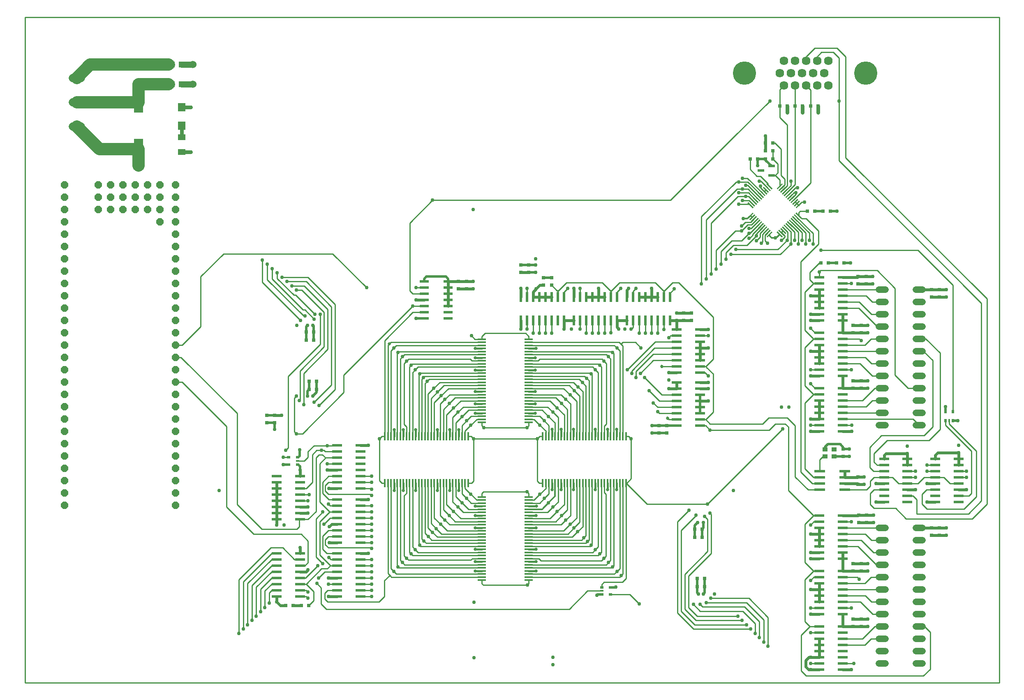
<source format=gbr>
G04 EAGLE Gerber RS-274X export*
G75*
%MOMM*%
%FSLAX34Y34*%
%LPD*%
%INTop Copper*%
%IPPOS*%
%AMOC8*
5,1,8,0,0,1.08239X$1,22.5*%
G01*
%ADD10C,4.800600*%
%ADD11C,1.790700*%
%ADD12R,0.280000X1.500000*%
%ADD13R,1.500000X0.280000*%
%ADD14R,1.981200X0.558800*%
%ADD15R,2.057400X0.609600*%
%ADD16R,0.406400X1.727200*%
%ADD17R,1.727200X0.406400*%
%ADD18R,0.609600X2.057400*%
%ADD19R,0.800000X0.800000*%
%ADD20R,2.200000X0.600000*%
%ADD21R,1.050000X0.950000*%
%ADD22C,1.320800*%
%ADD23R,1.320800X0.558800*%
%ADD24R,1.200000X1.300000*%
%ADD25R,1.500000X1.750000*%
%ADD26R,1.600000X1.300000*%
%ADD27R,1.930400X4.318000*%
%ADD28P,1.632244X8X112.500000*%
%ADD29P,1.632244X8X202.500000*%
%ADD30R,0.600000X0.700000*%
%ADD31R,0.400000X0.700000*%
%ADD32R,0.700000X0.600000*%
%ADD33R,0.700000X0.400000*%
%ADD34C,1.700000*%
%ADD35C,0.406400*%
%ADD36C,0.635000*%
%ADD37C,0.762000*%
%ADD38C,0.558800*%
%ADD39C,0.508000*%
%ADD40C,0.609600*%
%ADD41C,1.524000*%
%ADD42C,2.540000*%
%ADD43C,0.762000*%
%ADD44C,0.254000*%
%ADD45C,0.654800*%
%ADD46C,0.304800*%
%ADD47C,1.270000*%
%ADD48C,0.254000*%
%ADD49C,0.685800*%


D10*
X1731569Y1256030D03*
X1481531Y1256030D03*
D11*
X1654479Y1230620D03*
X1631568Y1230620D03*
X1608658Y1230620D03*
X1585747Y1230620D03*
X1562836Y1230620D03*
X1646021Y1256030D03*
X1623110Y1256030D03*
X1600200Y1256030D03*
X1577289Y1256030D03*
X1554378Y1256030D03*
X1654479Y1281441D03*
X1631568Y1281441D03*
X1608658Y1281441D03*
X1585747Y1281441D03*
X1562836Y1281441D03*
D12*
G36*
X1489983Y956664D02*
X1488003Y958644D01*
X1498609Y969250D01*
X1500589Y967270D01*
X1489983Y956664D01*
G37*
G36*
X1493519Y953129D02*
X1491539Y955109D01*
X1502145Y965715D01*
X1504125Y963735D01*
X1493519Y953129D01*
G37*
G36*
X1497055Y949593D02*
X1495075Y951573D01*
X1505681Y962179D01*
X1507661Y960199D01*
X1497055Y949593D01*
G37*
G36*
X1500590Y946058D02*
X1498610Y948038D01*
X1509216Y958644D01*
X1511196Y956664D01*
X1500590Y946058D01*
G37*
G36*
X1504126Y942522D02*
X1502146Y944502D01*
X1512752Y955108D01*
X1514732Y953128D01*
X1504126Y942522D01*
G37*
G36*
X1507661Y938987D02*
X1505681Y940967D01*
X1516287Y951573D01*
X1518267Y949593D01*
X1507661Y938987D01*
G37*
G36*
X1511197Y935451D02*
X1509217Y937431D01*
X1519823Y948037D01*
X1521803Y946057D01*
X1511197Y935451D01*
G37*
G36*
X1514732Y931916D02*
X1512752Y933896D01*
X1523358Y944502D01*
X1525338Y942522D01*
X1514732Y931916D01*
G37*
G36*
X1518268Y928380D02*
X1516288Y930360D01*
X1526894Y940966D01*
X1528874Y938986D01*
X1518268Y928380D01*
G37*
G36*
X1521803Y924845D02*
X1519823Y926825D01*
X1530429Y937431D01*
X1532409Y935451D01*
X1521803Y924845D01*
G37*
G36*
X1525339Y921309D02*
X1523359Y923289D01*
X1533965Y933895D01*
X1535945Y931915D01*
X1525339Y921309D01*
G37*
G36*
X1528874Y917773D02*
X1526894Y919753D01*
X1537500Y930359D01*
X1539480Y928379D01*
X1528874Y917773D01*
G37*
D13*
G36*
X1558714Y917773D02*
X1548108Y928379D01*
X1550088Y930359D01*
X1560694Y919753D01*
X1558714Y917773D01*
G37*
G36*
X1562249Y921309D02*
X1551643Y931915D01*
X1553623Y933895D01*
X1564229Y923289D01*
X1562249Y921309D01*
G37*
G36*
X1565785Y924845D02*
X1555179Y935451D01*
X1557159Y937431D01*
X1567765Y926825D01*
X1565785Y924845D01*
G37*
G36*
X1569320Y928380D02*
X1558714Y938986D01*
X1560694Y940966D01*
X1571300Y930360D01*
X1569320Y928380D01*
G37*
G36*
X1572856Y931916D02*
X1562250Y942522D01*
X1564230Y944502D01*
X1574836Y933896D01*
X1572856Y931916D01*
G37*
G36*
X1576391Y935451D02*
X1565785Y946057D01*
X1567765Y948037D01*
X1578371Y937431D01*
X1576391Y935451D01*
G37*
G36*
X1579927Y938987D02*
X1569321Y949593D01*
X1571301Y951573D01*
X1581907Y940967D01*
X1579927Y938987D01*
G37*
G36*
X1583462Y942522D02*
X1572856Y953128D01*
X1574836Y955108D01*
X1585442Y944502D01*
X1583462Y942522D01*
G37*
G36*
X1586998Y946058D02*
X1576392Y956664D01*
X1578372Y958644D01*
X1588978Y948038D01*
X1586998Y946058D01*
G37*
G36*
X1590533Y949593D02*
X1579927Y960199D01*
X1581907Y962179D01*
X1592513Y951573D01*
X1590533Y949593D01*
G37*
G36*
X1594069Y953129D02*
X1583463Y963735D01*
X1585443Y965715D01*
X1596049Y955109D01*
X1594069Y953129D01*
G37*
G36*
X1597604Y956664D02*
X1586998Y967270D01*
X1588978Y969250D01*
X1599584Y958644D01*
X1597604Y956664D01*
G37*
D12*
G36*
X1588978Y977878D02*
X1586998Y979858D01*
X1597604Y990464D01*
X1599584Y988484D01*
X1588978Y977878D01*
G37*
G36*
X1585443Y981413D02*
X1583463Y983393D01*
X1594069Y993999D01*
X1596049Y992019D01*
X1585443Y981413D01*
G37*
G36*
X1581907Y984949D02*
X1579927Y986929D01*
X1590533Y997535D01*
X1592513Y995555D01*
X1581907Y984949D01*
G37*
G36*
X1578372Y988484D02*
X1576392Y990464D01*
X1586998Y1001070D01*
X1588978Y999090D01*
X1578372Y988484D01*
G37*
G36*
X1574836Y992020D02*
X1572856Y994000D01*
X1583462Y1004606D01*
X1585442Y1002626D01*
X1574836Y992020D01*
G37*
G36*
X1571301Y995555D02*
X1569321Y997535D01*
X1579927Y1008141D01*
X1581907Y1006161D01*
X1571301Y995555D01*
G37*
G36*
X1567765Y999091D02*
X1565785Y1001071D01*
X1576391Y1011677D01*
X1578371Y1009697D01*
X1567765Y999091D01*
G37*
G36*
X1564230Y1002626D02*
X1562250Y1004606D01*
X1572856Y1015212D01*
X1574836Y1013232D01*
X1564230Y1002626D01*
G37*
G36*
X1560694Y1006162D02*
X1558714Y1008142D01*
X1569320Y1018748D01*
X1571300Y1016768D01*
X1560694Y1006162D01*
G37*
G36*
X1557159Y1009697D02*
X1555179Y1011677D01*
X1565785Y1022283D01*
X1567765Y1020303D01*
X1557159Y1009697D01*
G37*
G36*
X1553623Y1013233D02*
X1551643Y1015213D01*
X1562249Y1025819D01*
X1564229Y1023839D01*
X1553623Y1013233D01*
G37*
G36*
X1550088Y1016768D02*
X1548108Y1018748D01*
X1558714Y1029354D01*
X1560694Y1027374D01*
X1550088Y1016768D01*
G37*
D13*
G36*
X1537500Y1016768D02*
X1526894Y1027374D01*
X1528874Y1029354D01*
X1539480Y1018748D01*
X1537500Y1016768D01*
G37*
G36*
X1533965Y1013233D02*
X1523359Y1023839D01*
X1525339Y1025819D01*
X1535945Y1015213D01*
X1533965Y1013233D01*
G37*
G36*
X1530429Y1009697D02*
X1519823Y1020303D01*
X1521803Y1022283D01*
X1532409Y1011677D01*
X1530429Y1009697D01*
G37*
G36*
X1526894Y1006162D02*
X1516288Y1016768D01*
X1518268Y1018748D01*
X1528874Y1008142D01*
X1526894Y1006162D01*
G37*
G36*
X1523358Y1002626D02*
X1512752Y1013232D01*
X1514732Y1015212D01*
X1525338Y1004606D01*
X1523358Y1002626D01*
G37*
G36*
X1519823Y999091D02*
X1509217Y1009697D01*
X1511197Y1011677D01*
X1521803Y1001071D01*
X1519823Y999091D01*
G37*
G36*
X1516287Y995555D02*
X1505681Y1006161D01*
X1507661Y1008141D01*
X1518267Y997535D01*
X1516287Y995555D01*
G37*
G36*
X1512752Y992020D02*
X1502146Y1002626D01*
X1504126Y1004606D01*
X1514732Y994000D01*
X1512752Y992020D01*
G37*
G36*
X1509216Y988484D02*
X1498610Y999090D01*
X1500590Y1001070D01*
X1511196Y990464D01*
X1509216Y988484D01*
G37*
G36*
X1505681Y984949D02*
X1495075Y995555D01*
X1497055Y997535D01*
X1507661Y986929D01*
X1505681Y984949D01*
G37*
G36*
X1502145Y981413D02*
X1491539Y992019D01*
X1493519Y993999D01*
X1504125Y983393D01*
X1502145Y981413D01*
G37*
G36*
X1498609Y977878D02*
X1488003Y988484D01*
X1489983Y990464D01*
X1500589Y979858D01*
X1498609Y977878D01*
G37*
D14*
X822452Y826770D03*
X822452Y814070D03*
X822452Y801370D03*
X822452Y788670D03*
X822452Y775970D03*
X822452Y763270D03*
X822452Y750570D03*
X871728Y750570D03*
X871728Y763270D03*
X871728Y775970D03*
X871728Y788670D03*
X871728Y801370D03*
X871728Y814070D03*
X871728Y826770D03*
D15*
X1769364Y461010D03*
X1769364Y448310D03*
X1769364Y435610D03*
X1769364Y422910D03*
X1769364Y410210D03*
X1769364Y397510D03*
X1769364Y384810D03*
X1769364Y372110D03*
X1817370Y372110D03*
X1817370Y384810D03*
X1817370Y397510D03*
X1817370Y410210D03*
X1817370Y422910D03*
X1817370Y435610D03*
X1817370Y448310D03*
X1817370Y461010D03*
X1874774Y461010D03*
X1874774Y448310D03*
X1874774Y435610D03*
X1874774Y422910D03*
X1874774Y410210D03*
X1874774Y397510D03*
X1874774Y384810D03*
X1874774Y372110D03*
X1922780Y372110D03*
X1922780Y384810D03*
X1922780Y397510D03*
X1922780Y410210D03*
X1922780Y422910D03*
X1922780Y435610D03*
X1922780Y448310D03*
X1922780Y461010D03*
D16*
X912622Y508000D03*
X906018Y508000D03*
X899922Y508000D03*
X893318Y508000D03*
X887222Y508000D03*
X880618Y508000D03*
X874522Y508000D03*
X867918Y508000D03*
X861822Y508000D03*
X855218Y508000D03*
X849122Y508000D03*
X842518Y508000D03*
X836422Y508000D03*
X829818Y508000D03*
X823722Y508000D03*
X817118Y508000D03*
X811022Y508000D03*
X804418Y508000D03*
X798322Y508000D03*
X791718Y508000D03*
X785622Y508000D03*
X779018Y508000D03*
X772922Y508000D03*
X766318Y508000D03*
X760222Y508000D03*
X753618Y508000D03*
X747522Y508000D03*
X740918Y508000D03*
X740918Y411480D03*
X747522Y411480D03*
X753618Y411480D03*
X760222Y411480D03*
X766318Y411480D03*
X772922Y411480D03*
X779018Y411480D03*
X785622Y411480D03*
X791718Y411480D03*
X798322Y411480D03*
X804418Y411480D03*
X811022Y411480D03*
X817118Y411480D03*
X823722Y411480D03*
X829818Y411480D03*
X836422Y411480D03*
X842518Y411480D03*
X849122Y411480D03*
X855218Y411480D03*
X861822Y411480D03*
X867918Y411480D03*
X874522Y411480D03*
X880618Y411480D03*
X887222Y411480D03*
X893318Y411480D03*
X899922Y411480D03*
X906018Y411480D03*
X912622Y411480D03*
D17*
X941070Y708152D03*
X941070Y701548D03*
X941070Y695452D03*
X941070Y688848D03*
X941070Y682752D03*
X941070Y676148D03*
X941070Y670052D03*
X941070Y663448D03*
X941070Y657352D03*
X941070Y650748D03*
X941070Y644652D03*
X941070Y638048D03*
X941070Y631952D03*
X941070Y625348D03*
X941070Y619252D03*
X941070Y612648D03*
X941070Y606552D03*
X941070Y599948D03*
X941070Y593852D03*
X941070Y587248D03*
X941070Y581152D03*
X941070Y574548D03*
X941070Y568452D03*
X941070Y561848D03*
X941070Y555752D03*
X941070Y549148D03*
X941070Y543052D03*
X941070Y536448D03*
X1037590Y536448D03*
X1037590Y543052D03*
X1037590Y549148D03*
X1037590Y555752D03*
X1037590Y561848D03*
X1037590Y568452D03*
X1037590Y574548D03*
X1037590Y581152D03*
X1037590Y587248D03*
X1037590Y593852D03*
X1037590Y599948D03*
X1037590Y606552D03*
X1037590Y612648D03*
X1037590Y619252D03*
X1037590Y625348D03*
X1037590Y631952D03*
X1037590Y638048D03*
X1037590Y644652D03*
X1037590Y650748D03*
X1037590Y657352D03*
X1037590Y663448D03*
X1037590Y670052D03*
X1037590Y676148D03*
X1037590Y682752D03*
X1037590Y688848D03*
X1037590Y695452D03*
X1037590Y701548D03*
X1037590Y708152D03*
X1037590Y211328D03*
X1037590Y217932D03*
X1037590Y224028D03*
X1037590Y230632D03*
X1037590Y236728D03*
X1037590Y243332D03*
X1037590Y249428D03*
X1037590Y256032D03*
X1037590Y262128D03*
X1037590Y268732D03*
X1037590Y274828D03*
X1037590Y281432D03*
X1037590Y287528D03*
X1037590Y294132D03*
X1037590Y300228D03*
X1037590Y306832D03*
X1037590Y312928D03*
X1037590Y319532D03*
X1037590Y325628D03*
X1037590Y332232D03*
X1037590Y338328D03*
X1037590Y344932D03*
X1037590Y351028D03*
X1037590Y357632D03*
X1037590Y363728D03*
X1037590Y370332D03*
X1037590Y376428D03*
X1037590Y383032D03*
X941070Y383032D03*
X941070Y376428D03*
X941070Y370332D03*
X941070Y363728D03*
X941070Y357632D03*
X941070Y351028D03*
X941070Y344932D03*
X941070Y338328D03*
X941070Y332232D03*
X941070Y325628D03*
X941070Y319532D03*
X941070Y312928D03*
X941070Y306832D03*
X941070Y300228D03*
X941070Y294132D03*
X941070Y287528D03*
X941070Y281432D03*
X941070Y274828D03*
X941070Y268732D03*
X941070Y262128D03*
X941070Y256032D03*
X941070Y249428D03*
X941070Y243332D03*
X941070Y236728D03*
X941070Y230632D03*
X941070Y224028D03*
X941070Y217932D03*
X941070Y211328D03*
D16*
X1066038Y411480D03*
X1072642Y411480D03*
X1078738Y411480D03*
X1085342Y411480D03*
X1091438Y411480D03*
X1098042Y411480D03*
X1104138Y411480D03*
X1110742Y411480D03*
X1116838Y411480D03*
X1123442Y411480D03*
X1129538Y411480D03*
X1136142Y411480D03*
X1142238Y411480D03*
X1148842Y411480D03*
X1154938Y411480D03*
X1161542Y411480D03*
X1167638Y411480D03*
X1174242Y411480D03*
X1180338Y411480D03*
X1186942Y411480D03*
X1193038Y411480D03*
X1199642Y411480D03*
X1205738Y411480D03*
X1212342Y411480D03*
X1218438Y411480D03*
X1225042Y411480D03*
X1231138Y411480D03*
X1237742Y411480D03*
X1237742Y508000D03*
X1231138Y508000D03*
X1225042Y508000D03*
X1218438Y508000D03*
X1212342Y508000D03*
X1205738Y508000D03*
X1199642Y508000D03*
X1193038Y508000D03*
X1186942Y508000D03*
X1180338Y508000D03*
X1174242Y508000D03*
X1167638Y508000D03*
X1161542Y508000D03*
X1154938Y508000D03*
X1148842Y508000D03*
X1142238Y508000D03*
X1136142Y508000D03*
X1129538Y508000D03*
X1123442Y508000D03*
X1116838Y508000D03*
X1110742Y508000D03*
X1104138Y508000D03*
X1098042Y508000D03*
X1091438Y508000D03*
X1085342Y508000D03*
X1078738Y508000D03*
X1072642Y508000D03*
X1066038Y508000D03*
D15*
X518414Y266700D03*
X518414Y254000D03*
X518414Y241300D03*
X518414Y228600D03*
X518414Y215900D03*
X518414Y203200D03*
X518414Y190500D03*
X518414Y177800D03*
X566420Y177800D03*
X566420Y190500D03*
X566420Y203200D03*
X566420Y215900D03*
X566420Y228600D03*
X566420Y241300D03*
X566420Y254000D03*
X566420Y266700D03*
X690626Y177800D03*
X690626Y190500D03*
X690626Y203200D03*
X690626Y215900D03*
X690626Y228600D03*
X690626Y241300D03*
X690626Y254000D03*
X690626Y266700D03*
X642620Y266700D03*
X642620Y254000D03*
X642620Y241300D03*
X642620Y228600D03*
X642620Y215900D03*
X642620Y203200D03*
X642620Y190500D03*
X642620Y177800D03*
X690626Y288290D03*
X690626Y300990D03*
X690626Y313690D03*
X690626Y326390D03*
X690626Y339090D03*
X690626Y351790D03*
X690626Y364490D03*
X690626Y377190D03*
X642620Y377190D03*
X642620Y364490D03*
X642620Y351790D03*
X642620Y339090D03*
X642620Y326390D03*
X642620Y313690D03*
X642620Y300990D03*
X642620Y288290D03*
X690626Y400050D03*
X690626Y412750D03*
X690626Y425450D03*
X690626Y438150D03*
X690626Y450850D03*
X690626Y463550D03*
X690626Y476250D03*
X690626Y488950D03*
X642620Y488950D03*
X642620Y476250D03*
X642620Y463550D03*
X642620Y450850D03*
X642620Y438150D03*
X642620Y425450D03*
X642620Y412750D03*
X642620Y400050D03*
X1390396Y529590D03*
X1390396Y542290D03*
X1390396Y554990D03*
X1390396Y567690D03*
X1390396Y580390D03*
X1390396Y593090D03*
X1390396Y605790D03*
X1390396Y618490D03*
X1342390Y618490D03*
X1342390Y605790D03*
X1342390Y593090D03*
X1342390Y580390D03*
X1342390Y567690D03*
X1342390Y554990D03*
X1342390Y542290D03*
X1342390Y529590D03*
X1390396Y638810D03*
X1390396Y651510D03*
X1390396Y664210D03*
X1390396Y676910D03*
X1390396Y689610D03*
X1390396Y702310D03*
X1390396Y715010D03*
X1390396Y727710D03*
X1342390Y727710D03*
X1342390Y715010D03*
X1342390Y702310D03*
X1342390Y689610D03*
X1342390Y676910D03*
X1342390Y664210D03*
X1342390Y651510D03*
X1342390Y638810D03*
D18*
X1328420Y794766D03*
X1315720Y794766D03*
X1303020Y794766D03*
X1290320Y794766D03*
X1277620Y794766D03*
X1264920Y794766D03*
X1252220Y794766D03*
X1239520Y794766D03*
X1239520Y746760D03*
X1252220Y746760D03*
X1264920Y746760D03*
X1277620Y746760D03*
X1290320Y746760D03*
X1303020Y746760D03*
X1315720Y746760D03*
X1328420Y746760D03*
X1219200Y794766D03*
X1206500Y794766D03*
X1193800Y794766D03*
X1181100Y794766D03*
X1168400Y794766D03*
X1155700Y794766D03*
X1143000Y794766D03*
X1130300Y794766D03*
X1130300Y746760D03*
X1143000Y746760D03*
X1155700Y746760D03*
X1168400Y746760D03*
X1181100Y746760D03*
X1193800Y746760D03*
X1206500Y746760D03*
X1219200Y746760D03*
X1109980Y794766D03*
X1097280Y794766D03*
X1084580Y794766D03*
X1071880Y794766D03*
X1059180Y794766D03*
X1046480Y794766D03*
X1033780Y794766D03*
X1021080Y794766D03*
X1021080Y746760D03*
X1033780Y746760D03*
X1046480Y746760D03*
X1059180Y746760D03*
X1071880Y746760D03*
X1084580Y746760D03*
X1097280Y746760D03*
X1109980Y746760D03*
D15*
X1636014Y835660D03*
X1636014Y822960D03*
X1636014Y810260D03*
X1636014Y797560D03*
X1636014Y784860D03*
X1636014Y772160D03*
X1636014Y759460D03*
X1636014Y746760D03*
X1684020Y746760D03*
X1684020Y759460D03*
X1684020Y772160D03*
X1684020Y784860D03*
X1684020Y797560D03*
X1684020Y810260D03*
X1684020Y822960D03*
X1684020Y835660D03*
X1636014Y721360D03*
X1636014Y708660D03*
X1636014Y695960D03*
X1636014Y683260D03*
X1636014Y670560D03*
X1636014Y657860D03*
X1636014Y645160D03*
X1636014Y632460D03*
X1684020Y632460D03*
X1684020Y645160D03*
X1684020Y657860D03*
X1684020Y670560D03*
X1684020Y683260D03*
X1684020Y695960D03*
X1684020Y708660D03*
X1684020Y721360D03*
X1636014Y607060D03*
X1636014Y594360D03*
X1636014Y581660D03*
X1636014Y568960D03*
X1636014Y556260D03*
X1636014Y543560D03*
X1636014Y530860D03*
X1636014Y518160D03*
X1684020Y518160D03*
X1684020Y530860D03*
X1684020Y543560D03*
X1684020Y556260D03*
X1684020Y568960D03*
X1684020Y581660D03*
X1684020Y594360D03*
X1684020Y607060D03*
X1636014Y344170D03*
X1636014Y331470D03*
X1636014Y318770D03*
X1636014Y306070D03*
X1636014Y293370D03*
X1636014Y280670D03*
X1636014Y267970D03*
X1636014Y255270D03*
X1684020Y255270D03*
X1684020Y267970D03*
X1684020Y280670D03*
X1684020Y293370D03*
X1684020Y306070D03*
X1684020Y318770D03*
X1684020Y331470D03*
X1684020Y344170D03*
X1636014Y229870D03*
X1636014Y217170D03*
X1636014Y204470D03*
X1636014Y191770D03*
X1636014Y179070D03*
X1636014Y166370D03*
X1636014Y153670D03*
X1636014Y140970D03*
X1684020Y140970D03*
X1684020Y153670D03*
X1684020Y166370D03*
X1684020Y179070D03*
X1684020Y191770D03*
X1684020Y204470D03*
X1684020Y217170D03*
X1684020Y229870D03*
X1636014Y115570D03*
X1636014Y102870D03*
X1636014Y90170D03*
X1636014Y77470D03*
X1636014Y64770D03*
X1636014Y52070D03*
X1636014Y39370D03*
X1636014Y26670D03*
X1684020Y26670D03*
X1684020Y39370D03*
X1684020Y52070D03*
X1684020Y64770D03*
X1684020Y77470D03*
X1684020Y90170D03*
X1684020Y102870D03*
X1684020Y115570D03*
D19*
X1540510Y1112520D03*
X1525270Y1112520D03*
X1685290Y481330D03*
X1685290Y466090D03*
X594360Y722630D03*
X579120Y722630D03*
X594360Y706120D03*
X579120Y706120D03*
X585470Y604520D03*
X600710Y604520D03*
X585470Y621030D03*
X600710Y621030D03*
X1384300Y198120D03*
X1399540Y198120D03*
X1384300Y214630D03*
X1399540Y214630D03*
X1394460Y316230D03*
X1379220Y316230D03*
X1394460Y299720D03*
X1379220Y299720D03*
X514350Y551180D03*
X514350Y535940D03*
X497840Y551180D03*
X497840Y535940D03*
X1021080Y845820D03*
X1021080Y861060D03*
X1037590Y845820D03*
X1037590Y861060D03*
X1322070Y514350D03*
X1322070Y529590D03*
X1305560Y514350D03*
X1305560Y529590D03*
X1356360Y762000D03*
X1356360Y746760D03*
X1372870Y762000D03*
X1372870Y746760D03*
X1715770Y821690D03*
X1715770Y836930D03*
X1732280Y821690D03*
X1732280Y836930D03*
X1705610Y736600D03*
X1705610Y721360D03*
X1722120Y736600D03*
X1722120Y721360D03*
X1705610Y622300D03*
X1705610Y607060D03*
X1722120Y622300D03*
X1722120Y607060D03*
X1717040Y330200D03*
X1717040Y345440D03*
X1733550Y330200D03*
X1733550Y345440D03*
X1705610Y245110D03*
X1705610Y229870D03*
X1722120Y245110D03*
X1722120Y229870D03*
X1705610Y130810D03*
X1705610Y115570D03*
X1722120Y130810D03*
X1722120Y115570D03*
X1508760Y1079500D03*
X1493520Y1079500D03*
X1569720Y1188720D03*
X1554480Y1188720D03*
X1601470Y1188720D03*
X1586230Y1188720D03*
X1633220Y1188720D03*
X1617980Y1188720D03*
D20*
X1636430Y422910D03*
X1688430Y422910D03*
X1636430Y435610D03*
X1636430Y410210D03*
X1636430Y397510D03*
X1688430Y435610D03*
X1688430Y410210D03*
X1688430Y397510D03*
D21*
X1666600Y480960D03*
X1648100Y480960D03*
X1648100Y466460D03*
X1666600Y466460D03*
D19*
X1540510Y1096010D03*
X1525270Y1096010D03*
D22*
X1758696Y318770D02*
X1771904Y318770D01*
X1771904Y293370D02*
X1758696Y293370D01*
X1758696Y267970D02*
X1771904Y267970D01*
X1771904Y242570D02*
X1758696Y242570D01*
X1758696Y217170D02*
X1771904Y217170D01*
X1771904Y191770D02*
X1758696Y191770D01*
X1758696Y166370D02*
X1771904Y166370D01*
X1771904Y140970D02*
X1758696Y140970D01*
X1758696Y115570D02*
X1771904Y115570D01*
X1771904Y90170D02*
X1758696Y90170D01*
X1758696Y64770D02*
X1771904Y64770D01*
X1771904Y39370D02*
X1758696Y39370D01*
X1834896Y39370D02*
X1848104Y39370D01*
X1848104Y64770D02*
X1834896Y64770D01*
X1834896Y90170D02*
X1848104Y90170D01*
X1848104Y115570D02*
X1834896Y115570D01*
X1834896Y140970D02*
X1848104Y140970D01*
X1848104Y166370D02*
X1834896Y166370D01*
X1834896Y191770D02*
X1848104Y191770D01*
X1848104Y217170D02*
X1834896Y217170D01*
X1834896Y242570D02*
X1848104Y242570D01*
X1848104Y267970D02*
X1834896Y267970D01*
X1834896Y293370D02*
X1848104Y293370D01*
X1848104Y318770D02*
X1834896Y318770D01*
X1771904Y810260D02*
X1758696Y810260D01*
X1758696Y784860D02*
X1771904Y784860D01*
X1771904Y759460D02*
X1758696Y759460D01*
X1758696Y734060D02*
X1771904Y734060D01*
X1771904Y708660D02*
X1758696Y708660D01*
X1758696Y683260D02*
X1771904Y683260D01*
X1771904Y657860D02*
X1758696Y657860D01*
X1758696Y632460D02*
X1771904Y632460D01*
X1771904Y607060D02*
X1758696Y607060D01*
X1758696Y581660D02*
X1771904Y581660D01*
X1771904Y556260D02*
X1758696Y556260D01*
X1758696Y530860D02*
X1771904Y530860D01*
X1834896Y530860D02*
X1848104Y530860D01*
X1848104Y556260D02*
X1834896Y556260D01*
X1834896Y581660D02*
X1848104Y581660D01*
X1848104Y607060D02*
X1834896Y607060D01*
X1834896Y632460D02*
X1848104Y632460D01*
X1848104Y657860D02*
X1834896Y657860D01*
X1834896Y683260D02*
X1848104Y683260D01*
X1848104Y708660D02*
X1834896Y708660D01*
X1834896Y734060D02*
X1848104Y734060D01*
X1848104Y759460D02*
X1834896Y759460D01*
X1834896Y784860D02*
X1848104Y784860D01*
X1848104Y810260D02*
X1834896Y810260D01*
D19*
X1715770Y408940D03*
X1715770Y424180D03*
X1084580Y834390D03*
X1084580Y819150D03*
X1654810Y864870D03*
X1639570Y864870D03*
D15*
X566166Y336550D03*
X566166Y349250D03*
X566166Y361950D03*
X566166Y374650D03*
X566166Y387350D03*
X566166Y400050D03*
X566166Y412750D03*
X566166Y425450D03*
X518160Y425450D03*
X518160Y412750D03*
X518160Y400050D03*
X518160Y387350D03*
X518160Y374650D03*
X518160Y361950D03*
X518160Y349250D03*
X518160Y336550D03*
D19*
X1068070Y819150D03*
X1068070Y834390D03*
X1686560Y864870D03*
X1671320Y864870D03*
X584200Y158750D03*
X568960Y158750D03*
X537210Y158750D03*
X552450Y158750D03*
D23*
X1537462Y1045972D03*
X1537462Y1064768D03*
X1515618Y1055370D03*
D19*
X1525270Y1079500D03*
X1540510Y1079500D03*
X1866900Y303530D03*
X1866900Y318770D03*
X1883410Y303530D03*
X1883410Y318770D03*
X1866900Y795020D03*
X1866900Y810260D03*
X1883410Y795020D03*
X1883410Y810260D03*
X892810Y811530D03*
X892810Y826770D03*
X909320Y811530D03*
X909320Y826770D03*
X1626870Y971550D03*
X1611630Y971550D03*
X1658620Y971550D03*
X1643380Y971550D03*
D24*
X322580Y1233170D03*
X302260Y1233170D03*
D25*
X322580Y1148380D03*
X322580Y1185880D03*
D26*
X322580Y1093470D03*
X322580Y1123950D03*
D27*
X233680Y1196340D03*
X233680Y1099820D03*
D28*
X309880Y365760D03*
X309880Y391160D03*
X309880Y416560D03*
X309880Y441960D03*
D29*
X309880Y467360D03*
D28*
X309880Y492760D03*
X309880Y518160D03*
X309880Y543560D03*
X309880Y568960D03*
X309880Y594360D03*
X309880Y619760D03*
X309880Y645160D03*
X309880Y670560D03*
X309880Y695960D03*
X309880Y721360D03*
X309880Y746760D03*
X309880Y772160D03*
X309880Y797560D03*
X309880Y822960D03*
X309880Y848360D03*
X309880Y873760D03*
X309880Y899160D03*
X309880Y924560D03*
X309880Y949960D03*
D29*
X309880Y975360D03*
D28*
X309880Y1000760D03*
X309880Y1026160D03*
X81280Y365760D03*
X81280Y391160D03*
X81280Y416560D03*
X81280Y441960D03*
D29*
X81280Y467360D03*
D28*
X81280Y492760D03*
X81280Y518160D03*
X81280Y543560D03*
X81280Y568960D03*
X81280Y594360D03*
X81280Y619760D03*
X81280Y645160D03*
X81280Y670560D03*
X81280Y695960D03*
X81280Y721360D03*
X81280Y746760D03*
X81280Y772160D03*
X81280Y797560D03*
X81280Y822960D03*
X81280Y848360D03*
X81280Y873760D03*
X81280Y899160D03*
X81280Y924560D03*
X81280Y949960D03*
D29*
X81280Y975360D03*
D28*
X81280Y1000760D03*
X81280Y1026160D03*
X278130Y949960D03*
X278130Y975360D03*
X278130Y1000760D03*
X278130Y1026160D03*
X252730Y975360D03*
X252730Y1000760D03*
X252730Y1026160D03*
X227330Y975360D03*
X227330Y1000760D03*
X227330Y1026160D03*
X201930Y975360D03*
X201930Y1000760D03*
X201930Y1026160D03*
X176530Y975360D03*
X176530Y1000760D03*
X176530Y1026160D03*
X151130Y975360D03*
X151130Y1000760D03*
X151130Y1026160D03*
D24*
X302260Y1273810D03*
X322580Y1273810D03*
D30*
X1896230Y539910D03*
D31*
X1903730Y539910D03*
D30*
X1911230Y539910D03*
X1911230Y558410D03*
X1896230Y558410D03*
D32*
X1187610Y196730D03*
D33*
X1187610Y189230D03*
D32*
X1187610Y181730D03*
X1206110Y181730D03*
X1206110Y196730D03*
X561180Y449700D03*
D33*
X561180Y457200D03*
D32*
X561180Y464700D03*
X542680Y464700D03*
X542680Y449700D03*
D34*
X115180Y1146340D02*
X98180Y1146340D01*
X98180Y1196340D02*
X115180Y1196340D01*
X115180Y1246340D02*
X98180Y1246340D01*
D35*
X927632Y230632D02*
X941070Y230632D01*
X941070Y274828D02*
X927632Y274828D01*
X927632Y319532D02*
X941070Y319532D01*
X941070Y363728D02*
X927632Y363728D01*
D36*
X893318Y396518D03*
X849122Y396264D03*
X1085342Y522200D03*
X1129538Y522200D03*
X1174242Y522200D03*
X1218438Y522200D03*
D37*
X706985Y266700D03*
X626261Y321310D03*
X706985Y377190D03*
X706985Y488950D03*
D36*
X927632Y230632D03*
X927632Y274828D03*
X927632Y319532D03*
X927632Y363728D03*
D35*
X893318Y396518D02*
X893318Y411480D01*
X849122Y411480D02*
X849122Y396264D01*
X760222Y396240D02*
X760222Y411480D01*
D36*
X760222Y396240D03*
D35*
X804418Y396240D02*
X804418Y411480D01*
D36*
X804418Y396240D03*
D35*
X1218438Y398042D02*
X1218438Y411480D01*
X1174242Y411480D02*
X1174242Y398042D01*
X1129538Y398042D02*
X1129538Y411480D01*
X1085342Y411480D02*
X1085342Y398042D01*
D36*
X1052806Y319532D03*
X1218438Y398042D03*
X1174242Y398042D03*
X1129538Y398042D03*
X1085342Y398042D03*
D35*
X1052806Y319532D02*
X1037590Y319532D01*
X1037590Y230632D02*
X1052830Y230632D01*
D36*
X1052830Y230632D03*
D35*
X1052830Y274828D02*
X1037590Y274828D01*
D36*
X1052830Y274828D03*
D35*
X760222Y508000D02*
X760222Y521438D01*
X804418Y521438D02*
X804418Y508000D01*
X849122Y508000D02*
X849122Y521438D01*
X893318Y521438D02*
X893318Y508000D01*
D36*
X927378Y555752D03*
X927124Y599948D03*
X760222Y521438D03*
X804418Y521438D03*
X849122Y521438D03*
X893318Y521438D03*
D35*
X927124Y599948D02*
X941070Y599948D01*
D36*
X927100Y688848D03*
X927100Y644652D03*
D35*
X1037590Y644652D02*
X1051028Y644652D01*
X1051028Y599948D02*
X1037590Y599948D01*
X1037590Y555752D02*
X1051028Y555752D01*
D36*
X1051028Y644652D03*
X1051028Y599948D03*
X1051028Y555752D03*
D38*
X1390396Y618490D02*
X1407160Y618490D01*
D37*
X1407160Y618490D03*
D39*
X1390396Y567690D02*
X1390396Y554990D01*
X1390396Y567690D02*
X1390396Y580390D01*
X1390396Y593090D01*
D38*
X1390396Y676910D02*
X1390396Y689610D01*
X1390396Y702310D01*
X1303020Y794766D02*
X1290320Y794766D01*
X1277620Y794766D01*
X1243330Y812800D02*
X1239520Y808990D01*
X1239520Y794766D01*
D37*
X1243330Y812800D03*
D38*
X1130300Y812800D02*
X1130300Y794766D01*
D37*
X1130300Y812800D03*
D38*
X1168400Y794766D02*
X1181100Y794766D01*
X1193800Y794766D01*
X1059180Y794766D02*
X1046480Y794766D01*
X1059180Y794766D02*
X1071880Y794766D01*
X1084580Y794766D01*
X1021080Y794766D02*
X1021080Y812800D01*
D37*
X1021080Y812800D03*
D38*
X1390396Y727710D02*
X1407160Y727710D01*
D37*
X1407160Y727710D03*
X1290320Y812800D03*
D38*
X1181100Y812800D02*
X1181100Y794766D01*
D37*
X1181100Y812800D03*
X924560Y165862D03*
D40*
X642620Y215900D02*
X624840Y215900D01*
D37*
X624840Y215900D03*
D40*
X690626Y266700D02*
X706985Y266700D01*
X579120Y228600D02*
X566420Y228600D01*
X579120Y228600D02*
X582930Y232410D01*
D37*
X582930Y232410D03*
D40*
X518414Y177800D02*
X518160Y177546D01*
X518160Y166370D01*
D37*
X518160Y166370D03*
D40*
X631341Y326390D02*
X642620Y326390D01*
X631341Y326390D02*
X626261Y321310D01*
X622300Y438150D02*
X642620Y438150D01*
D37*
X622300Y438150D03*
X400050Y396240D03*
X1177798Y180594D03*
X581660Y590550D03*
X560070Y736600D03*
X593090Y736600D03*
X1459230Y396240D03*
X923290Y975614D03*
X1386840Y182880D03*
X1397000Y330200D03*
X1419860Y182880D03*
D35*
X1052068Y688848D02*
X1037590Y688848D01*
X1052068Y688848D02*
X1052322Y689102D01*
D36*
X1052322Y689102D03*
D38*
X1617980Y26670D02*
X1636014Y26670D01*
D37*
X1617980Y26670D03*
D38*
X1636014Y77470D02*
X1636014Y90170D01*
X1636014Y77470D02*
X1636014Y64770D01*
D37*
X1617980Y52070D03*
D38*
X1614170Y52070D01*
X1607820Y45720D01*
X1614170Y26670D02*
X1617980Y26670D01*
X1614170Y26670D02*
X1607820Y33020D01*
X1607820Y45720D01*
X1636014Y306070D02*
X1636014Y318770D01*
X1636014Y306070D02*
X1636014Y293370D01*
X1636014Y204470D02*
X1636014Y191770D01*
X1636014Y179070D01*
X1636014Y166370D01*
X1636014Y140970D02*
X1617980Y140970D01*
D37*
X1617980Y140970D03*
D38*
X1617980Y191770D02*
X1636014Y191770D01*
D37*
X1617980Y191770D03*
D38*
X1617980Y255270D02*
X1636014Y255270D01*
D37*
X1617980Y255270D03*
X1617980Y306070D03*
D38*
X1636014Y568960D02*
X1636014Y581660D01*
X1636014Y568960D02*
X1636014Y556260D01*
X1636014Y518160D02*
X1617980Y518160D01*
D37*
X1617980Y518160D03*
D38*
X1617980Y746760D02*
X1636014Y746760D01*
D37*
X1617980Y746760D03*
D38*
X1636014Y784860D02*
X1636014Y797560D01*
X1636014Y810260D01*
D37*
X1617980Y797560D03*
D39*
X1678940Y491490D02*
X1685290Y485140D01*
X1685290Y481330D01*
X1697990Y481330D01*
D37*
X1697990Y481330D03*
D40*
X1688430Y410210D02*
X1714500Y410210D01*
X1715770Y408940D01*
X1728470Y408940D01*
D37*
X1728470Y408940D03*
D40*
X1858010Y372110D02*
X1874774Y372110D01*
D37*
X1858010Y372110D03*
D40*
X1769364Y372110D02*
X1752600Y372110D01*
D37*
X1752600Y372110D03*
D40*
X706985Y488950D02*
X690626Y488950D01*
D35*
X1174242Y508000D02*
X1174242Y522200D01*
X1085342Y522200D02*
X1085342Y508000D01*
D40*
X706985Y377190D02*
X690626Y377190D01*
D35*
X1129538Y508000D02*
X1129538Y522200D01*
D40*
X582930Y361950D02*
X566166Y361950D01*
D37*
X582930Y361950D03*
X565404Y479806D03*
D39*
X805180Y750570D02*
X822452Y750570D01*
D37*
X805180Y750570D03*
X1617980Y543560D03*
X1052830Y811530D03*
D38*
X1060450Y819150D01*
X1068070Y819150D01*
D35*
X1053338Y364236D02*
X1052830Y363728D01*
X1037590Y363728D01*
D36*
X1053338Y364236D03*
D39*
X514350Y551180D02*
X497840Y551180D01*
D37*
X528320Y551180D03*
D40*
X566166Y438658D02*
X566166Y425450D01*
D37*
X566166Y438658D03*
D40*
X537210Y158750D02*
X525780Y158750D01*
X518160Y166370D01*
D39*
X594360Y735330D02*
X593090Y736600D01*
D38*
X1636014Y695960D02*
X1636014Y683260D01*
X1636014Y670560D01*
D37*
X1617980Y683260D03*
D39*
X594360Y706120D02*
X594360Y722630D01*
X594360Y735330D01*
X585470Y621030D02*
X585470Y604520D01*
X581660Y600710D01*
X581660Y590550D01*
X1384300Y185420D02*
X1386840Y182880D01*
X1384300Y185420D02*
X1384300Y198120D01*
X1384300Y214630D01*
X1394460Y316230D02*
X1397000Y318770D01*
X1397000Y330200D01*
X1394460Y316230D02*
X1394460Y299720D01*
X1322070Y514350D02*
X1305560Y514350D01*
D37*
X1291590Y514350D03*
D39*
X1305560Y514350D01*
D38*
X1617980Y632460D02*
X1636014Y632460D01*
D37*
X1617980Y632460D03*
D39*
X1648100Y486050D02*
X1648100Y480960D01*
X1648100Y486050D02*
X1653540Y491490D01*
X1678940Y491490D01*
D35*
X1218438Y508000D02*
X1218438Y522200D01*
D37*
X1672590Y971550D03*
X1558290Y567690D03*
D39*
X1686560Y864870D02*
X1700530Y864870D01*
D37*
X1700530Y864870D03*
X1922780Y488950D03*
D38*
X909320Y811530D02*
X892810Y811530D01*
X909320Y811530D02*
X923290Y811530D01*
D37*
X923290Y811530D03*
D38*
X1866900Y303530D02*
X1883410Y303530D01*
D37*
X1897380Y303530D03*
D38*
X1883410Y795020D02*
X1866900Y795020D01*
D37*
X1897380Y795020D03*
D38*
X1168400Y794766D02*
X1155700Y794766D01*
X1390396Y580390D02*
X1407160Y580390D01*
D37*
X1407160Y580390D03*
D38*
X1277620Y794766D02*
X1264920Y794766D01*
X1290320Y794766D02*
X1290320Y812800D01*
D37*
X1736090Y736600D03*
D38*
X1732280Y821690D02*
X1715770Y821690D01*
D37*
X1746250Y821690D03*
X1736090Y622300D03*
X1087120Y36830D03*
X1817370Y487680D03*
X1747520Y330200D03*
D38*
X1722120Y245110D02*
X1705610Y245110D01*
D37*
X1736090Y245110D03*
D38*
X1722120Y130810D02*
X1705610Y130810D01*
D37*
X1736090Y130810D03*
D41*
X233680Y1065530D03*
D42*
X233680Y1099820D02*
X153440Y1099820D01*
D41*
X153440Y1099820D03*
D39*
X1658620Y971550D02*
X1672590Y971550D01*
D35*
X941070Y688848D02*
X927100Y688848D01*
D38*
X528320Y551180D02*
X514350Y551180D01*
D35*
X927378Y555752D02*
X941070Y555752D01*
X941070Y644652D02*
X927100Y644652D01*
D38*
X1046480Y794766D02*
X1046480Y805180D01*
X1052830Y811530D01*
D37*
X533400Y325120D03*
D38*
X1021080Y845820D02*
X1037590Y845820D01*
D39*
X1051560Y845820D01*
D37*
X1051560Y845820D03*
D38*
X1390396Y676910D02*
X1390396Y664210D01*
X1390396Y689610D02*
X1407160Y689610D01*
D37*
X1407160Y689610D03*
D38*
X1636014Y556260D02*
X1636014Y543560D01*
X1617980Y543560D01*
X1636014Y657860D02*
X1636014Y670560D01*
X1636014Y683260D02*
X1617980Y683260D01*
X1636014Y772160D02*
X1636014Y784860D01*
X1636014Y797560D02*
X1617980Y797560D01*
X1883410Y303530D02*
X1897380Y303530D01*
X1722120Y736600D02*
X1705610Y736600D01*
X1722120Y736600D02*
X1736090Y736600D01*
X1722120Y622300D02*
X1705610Y622300D01*
X1722120Y622300D02*
X1736090Y622300D01*
X1733550Y330200D02*
X1717040Y330200D01*
X1733550Y330200D02*
X1747520Y330200D01*
X1883410Y795020D02*
X1897380Y795020D01*
X1636014Y293370D02*
X1636014Y280670D01*
X1636014Y306070D02*
X1617980Y306070D01*
X1722120Y130810D02*
X1736090Y130810D01*
X1732280Y821690D02*
X1746250Y821690D01*
X1736090Y245110D02*
X1722120Y245110D01*
X1636014Y64770D02*
X1636014Y52070D01*
X1617980Y52070D01*
D37*
X1325880Y623570D03*
X1235710Y728980D03*
X1125220Y728980D03*
D38*
X1356360Y762000D02*
X1372870Y762000D01*
X1356360Y762000D02*
X1342390Y762000D01*
D37*
X1342390Y762000D03*
X341630Y1093470D03*
D43*
X322580Y1093470D01*
D42*
X153440Y1099820D02*
X153200Y1099820D01*
X233680Y1099820D02*
X233680Y1065530D01*
X153200Y1099820D02*
X106680Y1146340D01*
D39*
X1178934Y181730D02*
X1187610Y181730D01*
X1178934Y181730D02*
X1177798Y180594D01*
X562490Y464700D02*
X561180Y464700D01*
X565404Y467614D02*
X565404Y479806D01*
X565404Y467614D02*
X562490Y464700D01*
X562490Y449700D02*
X561180Y449700D01*
X566166Y446024D02*
X566166Y438658D01*
X566166Y446024D02*
X562490Y449700D01*
X1911230Y539910D02*
X1921350Y539910D01*
X1921510Y539750D01*
D37*
X1921510Y539750D03*
D44*
X941070Y701548D02*
X753618Y701548D01*
X747522Y695452D02*
X747522Y508000D01*
X750570Y698500D02*
X753618Y701548D01*
X750570Y698500D02*
X747522Y695452D01*
D45*
X750570Y698500D03*
D44*
X753618Y683973D02*
X753618Y508000D01*
X753618Y683973D02*
X759357Y689713D01*
X765097Y695452D01*
X941070Y695452D01*
D37*
X759357Y689713D03*
D44*
X770382Y682752D02*
X941070Y682752D01*
X766318Y678688D02*
X766318Y508000D01*
X766318Y678688D02*
X768350Y680720D01*
X770382Y682752D01*
D37*
X768350Y680720D03*
D44*
X772922Y667512D02*
X772922Y508000D01*
X781558Y676148D02*
X941070Y676148D01*
X777240Y671830D02*
X772922Y667512D01*
X777240Y671830D02*
X781558Y676148D01*
D37*
X777240Y671830D03*
D44*
X785622Y527558D02*
X785622Y508000D01*
X785622Y527558D02*
X781050Y532130D01*
X781050Y657860D01*
X789940Y666750D02*
X916940Y666750D01*
X920242Y663448D01*
X941070Y663448D01*
X786130Y662940D02*
X781050Y657860D01*
X786130Y662940D02*
X789940Y666750D01*
D37*
X786130Y662940D03*
D44*
X791718Y650748D02*
X791718Y508000D01*
X798322Y657352D02*
X941070Y657352D01*
X795020Y654050D02*
X791718Y650748D01*
X795020Y654050D02*
X798322Y657352D01*
D37*
X795020Y654050D03*
D44*
X809498Y650748D02*
X941070Y650748D01*
X798322Y639572D02*
X798322Y508000D01*
X798322Y639572D02*
X803910Y645160D01*
X809498Y650748D01*
D37*
X803910Y645160D03*
D44*
X811022Y634492D02*
X811022Y508000D01*
X814578Y638048D02*
X941070Y638048D01*
X812800Y636270D02*
X811022Y634492D01*
X812800Y636270D02*
X814578Y638048D01*
D37*
X812800Y636270D03*
D44*
X823722Y631952D02*
X941070Y631952D01*
X817118Y625348D02*
X817118Y508000D01*
X817118Y625348D02*
X820420Y628650D01*
X823722Y631952D01*
D37*
X820420Y628650D03*
D44*
X828040Y621030D02*
X823722Y616712D01*
X828040Y621030D02*
X832358Y625348D01*
D37*
X828040Y621030D03*
D44*
X832358Y625348D02*
X941070Y625348D01*
X823722Y616712D02*
X823722Y508000D01*
X854202Y619252D02*
X941070Y619252D01*
X829818Y594868D02*
X829818Y508000D01*
X829818Y594868D02*
X842010Y607060D01*
X854202Y619252D01*
D37*
X842010Y607060D03*
D44*
X836422Y586232D02*
X836422Y508000D01*
X862838Y612648D02*
X941070Y612648D01*
X849630Y599440D02*
X836422Y586232D01*
X849630Y599440D02*
X862838Y612648D01*
D37*
X849630Y599440D03*
D44*
X871982Y606552D02*
X941070Y606552D01*
X842518Y577088D02*
X842518Y508000D01*
X842518Y577088D02*
X857250Y591820D01*
X871982Y606552D01*
D37*
X857250Y591820D03*
D44*
X855218Y574548D02*
X855218Y508000D01*
X874522Y593852D02*
X941070Y593852D01*
X864870Y584200D02*
X855218Y574548D01*
X864870Y584200D02*
X874522Y593852D01*
D37*
X864870Y584200D03*
D44*
X885698Y587248D02*
X941070Y587248D01*
X861822Y563372D02*
X861822Y508000D01*
X861822Y563372D02*
X873760Y575310D01*
X885698Y587248D01*
D37*
X873760Y575310D03*
D44*
X867918Y551688D02*
X867918Y508000D01*
X897382Y581152D02*
X941070Y581152D01*
X882650Y566420D02*
X867918Y551688D01*
X882650Y566420D02*
X897382Y581152D01*
D37*
X882650Y566420D03*
D44*
X902462Y568452D02*
X941070Y568452D01*
X880618Y546608D02*
X880618Y508000D01*
X880618Y546608D02*
X891540Y557530D01*
X902462Y568452D01*
D37*
X891540Y557530D03*
X900339Y548731D03*
D44*
X887246Y535637D02*
X887246Y508024D01*
X887222Y508000D01*
X887246Y535637D02*
X900339Y548731D01*
X913457Y561848D02*
X941070Y561848D01*
X913457Y561848D02*
X900339Y548731D01*
X899922Y530352D02*
X899922Y508000D01*
X918718Y549148D02*
X941070Y549148D01*
X909320Y539750D02*
X899922Y530352D01*
X909320Y539750D02*
X918718Y549148D01*
D37*
X909320Y539750D03*
D44*
X1037590Y217932D02*
X1225042Y217932D01*
X1231138Y224028D02*
X1231138Y411480D01*
X1231138Y224028D02*
X1228090Y220980D01*
X1225042Y217932D01*
D37*
X1228090Y220980D03*
D44*
X1225042Y235507D02*
X1225042Y411480D01*
X1225042Y235507D02*
X1219303Y229767D01*
X1213563Y224028D01*
X1037590Y224028D01*
D37*
X1219303Y229767D03*
D44*
X1212342Y240792D02*
X1212342Y411480D01*
X1212342Y240792D02*
X1210310Y238760D01*
D37*
X1210310Y238760D03*
D44*
X1208278Y236728D01*
X1037590Y236728D01*
X1205738Y251968D02*
X1205738Y411480D01*
X1205738Y251968D02*
X1201420Y247650D01*
X1197102Y243332D01*
X1037590Y243332D01*
D37*
X1201420Y247650D03*
D44*
X1193038Y391922D02*
X1193038Y411480D01*
X1193038Y391922D02*
X1196340Y388620D01*
X1196340Y260350D01*
X1187450Y251460D02*
X1062990Y251460D01*
X1058418Y256032D01*
X1037590Y256032D01*
X1192530Y256540D02*
X1196340Y260350D01*
X1192530Y256540D02*
X1187450Y251460D01*
D37*
X1192530Y256540D03*
D44*
X1186942Y268732D02*
X1186942Y411480D01*
X1180338Y262128D02*
X1037590Y262128D01*
X1183640Y265430D02*
X1186942Y268732D01*
X1183640Y265430D02*
X1180338Y262128D01*
D37*
X1183640Y265430D03*
D44*
X1169162Y268732D02*
X1037590Y268732D01*
X1180338Y279908D02*
X1180338Y411480D01*
X1180338Y279908D02*
X1174750Y274320D01*
X1169162Y268732D01*
D37*
X1174750Y274320D03*
D44*
X1167638Y284988D02*
X1167638Y411480D01*
X1164082Y281432D02*
X1037590Y281432D01*
X1165860Y283210D02*
X1167638Y284988D01*
X1165860Y283210D02*
X1164082Y281432D01*
D37*
X1165860Y283210D03*
D44*
X1154938Y287528D02*
X1037590Y287528D01*
X1161542Y294132D02*
X1161542Y411480D01*
X1161542Y294132D02*
X1158240Y290830D01*
X1154938Y287528D01*
D37*
X1158240Y290830D03*
D44*
X1150620Y298450D02*
X1154938Y302768D01*
X1150620Y298450D02*
X1146302Y294132D01*
D37*
X1150620Y298450D03*
D44*
X1146302Y294132D02*
X1037590Y294132D01*
X1154938Y302768D02*
X1154938Y411480D01*
X1126998Y300228D02*
X1037590Y300228D01*
X1148842Y322072D02*
X1148842Y411480D01*
X1148842Y322072D02*
X1137920Y311150D01*
X1126998Y300228D01*
D37*
X1137920Y311150D03*
D44*
X1142238Y330708D02*
X1142238Y411480D01*
X1118362Y306832D02*
X1037590Y306832D01*
X1130300Y318770D02*
X1142238Y330708D01*
X1130300Y318770D02*
X1118362Y306832D01*
D37*
X1130300Y318770D03*
D44*
X1109218Y312928D02*
X1037590Y312928D01*
X1136142Y339852D02*
X1136142Y411480D01*
X1136142Y339852D02*
X1122680Y326390D01*
X1109218Y312928D01*
D37*
X1122680Y326390D03*
D44*
X1123442Y344932D02*
X1123442Y411480D01*
X1104138Y325628D02*
X1037590Y325628D01*
X1113790Y335280D02*
X1123442Y344932D01*
X1113790Y335280D02*
X1104138Y325628D01*
D37*
X1113790Y335280D03*
D44*
X1092962Y332232D02*
X1037590Y332232D01*
X1116838Y356108D02*
X1116838Y411480D01*
X1116838Y356108D02*
X1104900Y344170D01*
X1092962Y332232D01*
D37*
X1104900Y344170D03*
D44*
X1110742Y367792D02*
X1110742Y411480D01*
X1081278Y338328D02*
X1037590Y338328D01*
X1096010Y353060D02*
X1110742Y367792D01*
X1096010Y353060D02*
X1081278Y338328D01*
D37*
X1096010Y353060D03*
D44*
X1076198Y351028D02*
X1037590Y351028D01*
X1098042Y372872D02*
X1098042Y411480D01*
X1098042Y372872D02*
X1087120Y361950D01*
X1076198Y351028D01*
D37*
X1087120Y361950D03*
X1078321Y370749D03*
D46*
X1091438Y400747D02*
X1091438Y411480D01*
X1091438Y400747D02*
X1091565Y400620D01*
X1091565Y383994D01*
X1078321Y370749D01*
X1065203Y357632D01*
X1037590Y357632D01*
D44*
X1078738Y389128D02*
X1078738Y411480D01*
X1059942Y370332D02*
X1037590Y370332D01*
X1069340Y379730D02*
X1078738Y389128D01*
X1069340Y379730D02*
X1059942Y370332D01*
D37*
X1069340Y379730D03*
X1530350Y74930D03*
X1412240Y173990D03*
D44*
X1490980Y173990D01*
X1530350Y134620D02*
X1530350Y74930D01*
X1530350Y134620D02*
X1490980Y173990D01*
D37*
X1521460Y83820D03*
X1403350Y165100D03*
D44*
X1521460Y129540D02*
X1521460Y83820D01*
X1521460Y129540D02*
X1485900Y165100D01*
X1403350Y165100D01*
D37*
X1512570Y92710D03*
X1390650Y161290D03*
D44*
X1395730Y156210D01*
X1482090Y156210D02*
X1512570Y125730D01*
X1482090Y156210D02*
X1395730Y156210D01*
X1512570Y125730D02*
X1512570Y92710D01*
D37*
X1503680Y101600D03*
X1376680Y161290D03*
D44*
X1503680Y121920D02*
X1503680Y101600D01*
X1503680Y121920D02*
X1478280Y147320D01*
X1390650Y147320D01*
X1376680Y161290D01*
D37*
X1367790Y355600D03*
X1494790Y110490D03*
D44*
X1343660Y331470D02*
X1367790Y355600D01*
X1343660Y331470D02*
X1343660Y143510D01*
X1376680Y110490D01*
X1494790Y110490D01*
D37*
X1381760Y345440D03*
D44*
X1379220Y119380D02*
X1485900Y119380D01*
D37*
X1485900Y119380D03*
D44*
X1381760Y344170D02*
X1381760Y345440D01*
X1381760Y344170D02*
X1351280Y313690D01*
X1351280Y147320D02*
X1379220Y119380D01*
X1351280Y147320D02*
X1351280Y313690D01*
X1351280Y313690D01*
D37*
X1399540Y342900D03*
D44*
X1405890Y336550D01*
X1381760Y128270D02*
X1477010Y128270D01*
D37*
X1477010Y128270D03*
D44*
X1405890Y270510D02*
X1405890Y336550D01*
X1405890Y270510D02*
X1358900Y223520D01*
X1358900Y151130D01*
X1381760Y128270D01*
D37*
X1410970Y349250D03*
D44*
X1413510Y346710D01*
X1366520Y154940D02*
X1384300Y137160D01*
D37*
X1468120Y137160D03*
D44*
X1413510Y266700D02*
X1413510Y346710D01*
X1413510Y266700D02*
X1366520Y219710D01*
X1366520Y154940D01*
X1384300Y137160D02*
X1468120Y137160D01*
D37*
X567690Y746760D03*
D44*
X488950Y825500D01*
X488950Y871220D01*
D37*
X488950Y871220D03*
X576580Y755650D03*
D44*
X574040Y755650D01*
X499110Y830580D02*
X499110Y862330D01*
D37*
X499110Y862330D03*
D44*
X499110Y830580D02*
X574040Y755650D01*
D37*
X595630Y749300D03*
D44*
X576580Y768350D01*
X572770Y768350D01*
X509270Y831850D02*
X509270Y853440D01*
D37*
X509270Y853440D03*
D44*
X509270Y831850D02*
X572770Y768350D01*
D37*
X596900Y759460D03*
D44*
X557530Y798830D01*
X553720Y798830D01*
X519430Y833120D01*
X519430Y844550D01*
D37*
X519430Y844550D03*
X605790Y571500D03*
X529590Y835660D03*
D44*
X638810Y604520D02*
X605790Y571500D01*
X638810Y604520D02*
X638810Y779780D01*
X582930Y835660D02*
X529590Y835660D01*
X582930Y835660D02*
X638810Y779780D01*
D37*
X595630Y577850D03*
X539750Y826770D03*
D44*
X631190Y774700D02*
X631190Y613410D01*
X595630Y577850D01*
X631190Y774700D02*
X579120Y826770D01*
X539750Y826770D01*
D37*
X574040Y572770D03*
X549910Y817880D03*
D44*
X575310Y817880D02*
X623570Y769620D01*
X575310Y817880D02*
X549910Y817880D01*
X623570Y769620D02*
X623570Y687070D01*
X574040Y637540D01*
X574040Y572770D01*
D37*
X565150Y581660D03*
D44*
X615950Y763270D02*
X570230Y808990D01*
X558800Y808990D01*
X615950Y763270D02*
X615950Y692150D01*
X566420Y642620D01*
X566420Y582930D01*
X565150Y581660D01*
D37*
X558800Y808990D03*
D44*
X735330Y411480D02*
X740918Y411480D01*
X735330Y411480D02*
X730250Y416560D01*
X730250Y502920D01*
X735330Y508000D01*
X740918Y508000D01*
X918972Y508000D02*
X924052Y502920D01*
X924052Y415798D01*
X919734Y411480D02*
X912622Y411480D01*
X919734Y411480D02*
X924052Y415798D01*
X1055370Y502920D02*
X1060450Y508000D01*
X1066038Y508000D01*
X1237742Y508000D02*
X1243330Y508000D01*
X1248410Y502920D01*
D37*
X730250Y502920D03*
D44*
X1059688Y411480D02*
X1066038Y411480D01*
X1059688Y411480D02*
X1055370Y415798D01*
X1055370Y502920D01*
D37*
X1248410Y502920D03*
X1055370Y502920D03*
X924052Y502920D03*
D44*
X1055370Y502920D01*
D37*
X1405890Y368300D03*
X1560830Y523240D03*
D44*
X1405890Y368300D01*
X740918Y508000D02*
X740918Y705358D01*
X798830Y763270D01*
X822452Y763270D01*
X912622Y508000D02*
X918972Y508000D01*
X1237742Y411480D02*
X1237742Y214630D01*
X1187610Y202090D02*
X1187610Y196730D01*
X1187610Y202090D02*
X1192530Y207010D01*
X1237742Y411480D02*
X1239520Y411480D01*
X1248410Y420370D02*
X1248410Y502920D01*
X1248410Y420370D02*
X1239520Y411480D01*
X1237742Y411480D02*
X1280922Y368300D01*
X1405890Y368300D01*
X1230122Y207010D02*
X1192530Y207010D01*
X1230122Y207010D02*
X1237742Y214630D01*
X941070Y383032D02*
X941070Y390652D01*
X944118Y393700D01*
X1037590Y389890D02*
X1037590Y383032D01*
X1037590Y389890D02*
X1033780Y393700D01*
X944118Y393700D01*
X1037590Y211328D02*
X1037590Y203708D01*
X1035050Y201168D01*
X941070Y204216D02*
X941070Y211328D01*
X941070Y204216D02*
X944118Y201168D01*
X1035050Y201168D01*
X941070Y529590D02*
X941070Y536448D01*
X941070Y529590D02*
X944880Y525780D01*
X1033780Y525780D01*
X1037590Y708152D02*
X1037590Y713740D01*
X1031240Y720090D01*
X947420Y720090D01*
X941070Y713740D01*
X941070Y708152D01*
X1037590Y529590D02*
X1033780Y525780D01*
X1037590Y529590D02*
X1037590Y536448D01*
D37*
X558673Y590550D03*
X1035050Y201168D03*
X1033780Y393700D03*
X1033780Y525780D03*
X944880Y525780D03*
D44*
X656590Y598170D02*
X656590Y633730D01*
X798830Y775970D01*
X822452Y775970D01*
D37*
X798830Y775970D03*
D44*
X926338Y708152D02*
X941070Y708152D01*
X926338Y708152D02*
X919480Y715010D01*
D37*
X919480Y715010D03*
X558800Y513080D03*
X1051560Y873760D03*
D44*
X571500Y513080D02*
X558800Y513080D01*
X571500Y513080D02*
X656590Y598170D01*
X558673Y590550D02*
X554990Y586867D01*
X554990Y516890D01*
X558800Y513080D01*
X930402Y543052D02*
X941070Y543052D01*
X906018Y518668D02*
X906018Y508000D01*
X918210Y530860D02*
X930402Y543052D01*
X918210Y530860D02*
X906018Y518668D01*
D37*
X918210Y530860D03*
D44*
X1037590Y376428D02*
X1048258Y376428D01*
X1072642Y400812D02*
X1072642Y411480D01*
X1060450Y388620D02*
X1048258Y376428D01*
X1060450Y388620D02*
X1072642Y400812D01*
D37*
X1060450Y388620D03*
D44*
X1755140Y849630D02*
X1791970Y812800D01*
D37*
X1635506Y846836D03*
X1617980Y730250D03*
D44*
X1626870Y721360D01*
X1636014Y721360D01*
D37*
X1617980Y615950D03*
D44*
X1626870Y607060D01*
X1636014Y607060D01*
D37*
X1617980Y325120D03*
D44*
X1624330Y331470D01*
X1636014Y331470D01*
D37*
X1617980Y210820D03*
D44*
X1624330Y217170D01*
X1636014Y217170D01*
D37*
X1617980Y102870D03*
D44*
X1636014Y102870D01*
X1818640Y607060D02*
X1791970Y633730D01*
X1818640Y607060D02*
X1841500Y607060D01*
X1791970Y633730D02*
X1791970Y812800D01*
X1638300Y849630D02*
X1635506Y846836D01*
X1635506Y836168D02*
X1636014Y835660D01*
X1635506Y836168D02*
X1635506Y846836D01*
X1638300Y849630D02*
X1755140Y849630D01*
X1765300Y810260D02*
X1684020Y810260D01*
X1684020Y797560D02*
X1732280Y797560D01*
X1744980Y784860D02*
X1765300Y784860D01*
X1744980Y784860D02*
X1732280Y797560D01*
X1718310Y784860D02*
X1684020Y784860D01*
X1743710Y759460D02*
X1765300Y759460D01*
X1743710Y759460D02*
X1718310Y784860D01*
X1717040Y772160D02*
X1684020Y772160D01*
X1717040Y772160D02*
X1755140Y734060D01*
X1765300Y734060D01*
X1729740Y695960D02*
X1684020Y695960D01*
X1729740Y695960D02*
X1742440Y708660D01*
X1765300Y708660D01*
X1731010Y670560D02*
X1684020Y670560D01*
X1731010Y670560D02*
X1743710Y657860D01*
X1765300Y657860D01*
X1719580Y657860D02*
X1684020Y657860D01*
X1719580Y657860D02*
X1744980Y632460D01*
X1765300Y632460D01*
X1724660Y581660D02*
X1684020Y581660D01*
X1724660Y581660D02*
X1750060Y607060D01*
X1765300Y607060D01*
X1732280Y568960D02*
X1684020Y568960D01*
X1732280Y568960D02*
X1744980Y581660D01*
X1765300Y581660D01*
X1765300Y556260D02*
X1684020Y556260D01*
X1755140Y448310D02*
X1769364Y448310D01*
X1755140Y448310D02*
X1748790Y454660D01*
X1748790Y472440D01*
X1775460Y499110D01*
X1861820Y499110D01*
X1884680Y521970D02*
X1884680Y679450D01*
X1855470Y708660D01*
X1884680Y521970D02*
X1861820Y499110D01*
X1855470Y708660D02*
X1841500Y708660D01*
X1117600Y812800D02*
X1117346Y812800D01*
X1109980Y805434D01*
X1109980Y794766D01*
D37*
X1117600Y812800D03*
X1226820Y812800D03*
D44*
X1219200Y805180D01*
X1219200Y794766D01*
D37*
X1337310Y811530D03*
D44*
X1328420Y802640D01*
X1328420Y794766D01*
D37*
X1407160Y632460D03*
D44*
X1400810Y638810D01*
X1390396Y638810D01*
D37*
X1410970Y520700D03*
D44*
X1565910Y533400D02*
X1572260Y527050D01*
X1565910Y533400D01*
X1572260Y527050D01*
X1565910Y533400D01*
X1572260Y527050D01*
X1565910Y533400D01*
X1572260Y527050D01*
X1572260Y396240D01*
X1572260Y527050D01*
X1572260Y527050D01*
X1572260Y396240D02*
X1624330Y344170D01*
X1572260Y396240D01*
X1624330Y344170D02*
X1636014Y344170D01*
X1532890Y520700D02*
X1410970Y520700D01*
X1606550Y326390D02*
X1624330Y344170D01*
X1606550Y247650D02*
X1624330Y229870D01*
X1636014Y229870D01*
X1606550Y247650D02*
X1606550Y326390D01*
X1624330Y229870D02*
X1606550Y212090D01*
X1606550Y125730D02*
X1616710Y115570D01*
X1636014Y115570D01*
X1606550Y125730D02*
X1606550Y212090D01*
X1841500Y115570D02*
X1852930Y115570D01*
X1864360Y104140D01*
X1864360Y27940D01*
X1616710Y115570D02*
X1598930Y97790D01*
X1598930Y24130D02*
X1609090Y13970D01*
X1850390Y13970D02*
X1864360Y27940D01*
X1598930Y24130D02*
X1598930Y97790D01*
X1565910Y533400D02*
X1545590Y533400D01*
X1532890Y520700D01*
X1402080Y529590D02*
X1390396Y529590D01*
X1402080Y529590D02*
X1410970Y520700D01*
X1609090Y13970D02*
X1850390Y13970D01*
X1609090Y13970D02*
X1609090Y13970D01*
X1684020Y318770D02*
X1765300Y318770D01*
X1731010Y306070D02*
X1684020Y306070D01*
X1743710Y293370D02*
X1765300Y293370D01*
X1743710Y293370D02*
X1731010Y306070D01*
X1722120Y293370D02*
X1684020Y293370D01*
X1722120Y293370D02*
X1747520Y267970D01*
X1765300Y267970D01*
X1715770Y280670D02*
X1684020Y280670D01*
X1715770Y280670D02*
X1753870Y242570D01*
X1765300Y242570D01*
X1729740Y204470D02*
X1684020Y204470D01*
X1729740Y204470D02*
X1742440Y217170D01*
X1765300Y217170D01*
X1765300Y191770D02*
X1684020Y191770D01*
X1684020Y179070D02*
X1731010Y179070D01*
X1743710Y166370D01*
X1765300Y166370D01*
X1729740Y77470D02*
X1684020Y77470D01*
X1729740Y77470D02*
X1742440Y90170D01*
X1765300Y90170D01*
D35*
X941070Y249428D02*
X927632Y249428D01*
X927632Y344932D02*
X941070Y344932D01*
D36*
X1104138Y522200D03*
X1199642Y522200D03*
X874522Y396518D03*
D37*
X624991Y177800D03*
D36*
X927632Y249428D03*
X927632Y344932D03*
D35*
X874522Y396518D02*
X874522Y411480D01*
X779018Y411480D02*
X779018Y396240D01*
D36*
X779018Y396240D03*
D35*
X1199642Y398042D02*
X1199642Y411480D01*
X1104138Y411480D02*
X1104138Y398042D01*
D36*
X1052552Y344932D03*
X1199642Y398042D03*
X1104138Y398042D03*
D35*
X1052552Y344932D02*
X1037590Y344932D01*
X1037590Y249428D02*
X1052830Y249428D01*
D36*
X1052830Y249428D03*
D35*
X779018Y508000D02*
X779018Y521438D01*
X874522Y521438D02*
X874522Y508000D01*
D36*
X927378Y574548D03*
X779018Y521438D03*
X874522Y521438D03*
X927100Y670052D03*
D35*
X1037590Y670052D02*
X1051028Y670052D01*
X1051028Y574548D02*
X1037590Y574548D01*
D36*
X1051028Y670052D03*
X1051028Y574548D03*
D38*
X1325880Y605790D02*
X1342390Y605790D01*
D37*
X1325880Y605790D03*
D38*
X1342390Y605790D02*
X1342390Y618490D01*
X1342390Y638810D02*
X1325880Y638810D01*
D37*
X1325880Y638810D03*
D38*
X1390396Y605790D02*
X1407160Y605790D01*
D37*
X1407160Y605790D03*
D38*
X1130300Y746760D02*
X1109980Y746760D01*
X1219200Y746760D02*
X1239520Y746760D01*
X1021080Y746760D02*
X1021080Y728980D01*
D37*
X1021080Y728980D03*
D38*
X1109980Y728980D02*
X1109980Y746760D01*
D37*
X1109980Y728980D03*
D38*
X1219200Y732790D02*
X1219200Y746760D01*
X1219200Y732790D02*
X1223010Y728980D01*
D37*
X1223010Y728980D03*
D40*
X642620Y177800D02*
X624991Y177800D01*
X566420Y266700D02*
X566420Y278130D01*
D37*
X566420Y278130D03*
D40*
X626364Y288290D02*
X642620Y288290D01*
D37*
X626364Y288290D03*
D40*
X626110Y400050D02*
X642620Y400050D01*
D37*
X626110Y400050D03*
X514350Y521970D03*
X593090Y590550D03*
X581660Y736600D03*
X1051560Y861060D03*
X1397000Y182880D03*
X1385570Y330200D03*
D38*
X1684020Y140970D02*
X1684020Y115570D01*
X1684020Y607060D02*
X1684020Y632460D01*
X1684020Y721360D02*
X1684020Y746760D01*
X1684020Y759460D01*
X1684020Y255270D02*
X1684020Y229870D01*
X1684020Y26670D02*
X1701800Y26670D01*
D37*
X1701800Y26670D03*
D38*
X1636014Y267970D02*
X1617980Y267970D01*
D37*
X1617980Y267970D03*
D38*
X1684020Y267970D02*
X1684020Y255270D01*
X1636014Y759460D02*
X1617980Y759460D01*
D37*
X1617980Y759460D03*
D40*
X1688430Y422910D02*
X1714500Y422910D01*
X1715770Y424180D01*
X1688430Y422910D02*
X1688430Y435610D01*
X1715770Y424180D02*
X1728470Y424180D01*
D37*
X1728470Y424180D03*
D40*
X1817370Y461010D02*
X1817370Y472440D01*
D37*
X1817370Y472440D03*
D40*
X1773174Y472440D01*
X1769364Y468630D01*
X1769364Y461010D01*
X1817370Y397510D02*
X1833880Y397510D01*
D37*
X1833880Y397510D03*
D40*
X1874774Y468630D02*
X1879854Y473710D01*
X1874774Y468630D02*
X1874774Y461010D01*
X1922780Y461010D02*
X1922780Y473710D01*
D37*
X1922780Y473710D03*
D35*
X1104138Y508000D02*
X1104138Y522200D01*
X1199642Y522200D02*
X1199642Y508000D01*
D40*
X582930Y349250D02*
X566166Y349250D01*
D37*
X582930Y349250D03*
D40*
X518160Y349250D02*
X518160Y336550D01*
X518160Y325120D01*
D37*
X518160Y325120D03*
D40*
X1752600Y410210D02*
X1769364Y410210D01*
D37*
X1752600Y410210D03*
D40*
X1858010Y410210D02*
X1874774Y410210D01*
D37*
X1858010Y410210D03*
D40*
X1817370Y448310D02*
X1817370Y461010D01*
D39*
X822452Y826770D02*
X822452Y832612D01*
X826770Y836930D01*
X871728Y832612D02*
X871728Y826770D01*
X871728Y832612D02*
X867410Y836930D01*
X826770Y836930D01*
X514350Y535940D02*
X497840Y535940D01*
X1021080Y861060D02*
X1037590Y861060D01*
D37*
X924814Y51562D03*
D39*
X579120Y734060D02*
X581660Y736600D01*
X600710Y598170D02*
X593090Y590550D01*
X1397000Y182880D02*
X1399540Y185420D01*
D38*
X822452Y788670D02*
X805180Y788670D01*
D37*
X805180Y788670D03*
D39*
X579120Y722630D02*
X579120Y706120D01*
X579120Y722630D02*
X579120Y734060D01*
X600710Y604520D02*
X600710Y598170D01*
X600710Y604520D02*
X600710Y621030D01*
X1399540Y214630D02*
X1399540Y198120D01*
X1399540Y185420D01*
X1379220Y316230D02*
X1379220Y323850D01*
X1385570Y330200D01*
X1379220Y316230D02*
X1379220Y299720D01*
D37*
X1291590Y529590D03*
D39*
X1322070Y529590D02*
X1342390Y529590D01*
D40*
X1879854Y473710D02*
X1922780Y473710D01*
D38*
X892810Y826770D02*
X871728Y826770D01*
X892810Y826770D02*
X909320Y826770D01*
X923290Y826770D01*
D37*
X923290Y826770D03*
D38*
X1841500Y318770D02*
X1866900Y318770D01*
D37*
X1897380Y318770D03*
D38*
X1866900Y810260D02*
X1841500Y810260D01*
X1866900Y810260D02*
X1883410Y810260D01*
D37*
X1897380Y810260D03*
D47*
X302260Y1233170D02*
X295910Y1233170D01*
D37*
X1573530Y567690D03*
D38*
X1684020Y518160D02*
X1703070Y518160D01*
D37*
X1703070Y518160D03*
D38*
X1705610Y721360D02*
X1684020Y721360D01*
D37*
X1736090Y721360D03*
D38*
X1714500Y835660D02*
X1684020Y835660D01*
D37*
X1746250Y836930D03*
D38*
X1705610Y607060D02*
X1684020Y607060D01*
D37*
X1736090Y607060D03*
X1087120Y52070D03*
D38*
X871728Y775970D02*
X871728Y788670D01*
X871728Y801370D01*
X871728Y814070D01*
X871728Y826770D01*
D40*
X518160Y361950D02*
X518160Y349250D01*
X518160Y361950D02*
X518160Y374650D01*
X518160Y387350D01*
X518160Y400050D01*
X518160Y412750D01*
D38*
X1684020Y344170D02*
X1715770Y344170D01*
X1717040Y345440D01*
D37*
X1747520Y345440D03*
D38*
X1705610Y229870D02*
X1684020Y229870D01*
D37*
X1736090Y229870D03*
D38*
X1705610Y115570D02*
X1684020Y115570D01*
D37*
X1736090Y115570D03*
D41*
X233680Y1233170D03*
X172720Y1196340D03*
D42*
X233680Y1196340D01*
D39*
X514350Y535940D02*
X514350Y521970D01*
D35*
X927378Y574548D02*
X941070Y574548D01*
D39*
X1714500Y835660D02*
X1715770Y836930D01*
D35*
X941070Y670052D02*
X927100Y670052D01*
D42*
X295910Y1233170D02*
X233680Y1233170D01*
D39*
X1305560Y529590D02*
X1322070Y529590D01*
X1305560Y529590D02*
X1291590Y529590D01*
D40*
X1922780Y461010D02*
X1922780Y448310D01*
X1922780Y397510D02*
X1939290Y397510D01*
D37*
X1939290Y397510D03*
D39*
X1684920Y466460D02*
X1666600Y466460D01*
X1684920Y466460D02*
X1685290Y466090D01*
X1697990Y466090D01*
D37*
X1697990Y466090D03*
D39*
X1051560Y861060D02*
X1037590Y861060D01*
D38*
X1342390Y746760D02*
X1342390Y727710D01*
D37*
X1342390Y746760D03*
D38*
X1328420Y746760D01*
X1342390Y746760D02*
X1356360Y746760D01*
X1866900Y318770D02*
X1883410Y318770D01*
X1897380Y318770D01*
X1722120Y115570D02*
X1705610Y115570D01*
X1722120Y115570D02*
X1736090Y115570D01*
X1732280Y836930D02*
X1715770Y836930D01*
X1732280Y836930D02*
X1746250Y836930D01*
X1722120Y721360D02*
X1705610Y721360D01*
X1722120Y721360D02*
X1736090Y721360D01*
X1722120Y607060D02*
X1705610Y607060D01*
X1722120Y607060D02*
X1736090Y607060D01*
X1733550Y345440D02*
X1717040Y345440D01*
X1733550Y345440D02*
X1747520Y345440D01*
X1722120Y229870D02*
X1705610Y229870D01*
X1722120Y229870D02*
X1736090Y229870D01*
X1883410Y810260D02*
X1897380Y810260D01*
D42*
X233680Y1196340D02*
X233680Y1233170D01*
D38*
X1356360Y746760D02*
X1372870Y746760D01*
D43*
X340822Y1185880D02*
X322580Y1185880D01*
X340822Y1185880D02*
X341122Y1186180D01*
D37*
X341122Y1186180D03*
D42*
X172720Y1196340D02*
X106680Y1196340D01*
D39*
X1206110Y196730D02*
X1216540Y196730D01*
X1216660Y196850D01*
D37*
X1216660Y196850D03*
D39*
X542680Y449700D02*
X532250Y449700D01*
X532130Y449580D01*
D37*
X532130Y449580D03*
D39*
X1896230Y558410D02*
X1896230Y568840D01*
X1896110Y568960D01*
D37*
X1896110Y568960D03*
D44*
X621030Y151384D02*
X609854Y162560D01*
X609854Y195580D02*
X600964Y204470D01*
D37*
X600964Y204470D03*
X585470Y387350D03*
D44*
X566166Y387350D01*
X609854Y195580D02*
X609854Y162560D01*
X1158748Y189230D02*
X1187610Y189230D01*
X1158748Y189230D02*
X1120902Y151384D01*
X621030Y151384D01*
X566420Y254000D02*
X554990Y254000D01*
X530860Y278130D01*
D37*
X440690Y101600D03*
D44*
X506730Y278130D02*
X530860Y278130D01*
X506730Y278130D02*
X440690Y212090D01*
X440690Y101600D01*
X508000Y266700D02*
X518414Y266700D01*
X449580Y208280D02*
X449580Y110490D01*
D37*
X449580Y110490D03*
D44*
X449580Y208280D02*
X508000Y266700D01*
X508000Y254000D02*
X518414Y254000D01*
X508000Y254000D02*
X458470Y204470D01*
X458470Y119380D01*
D37*
X458470Y119380D03*
D44*
X508000Y241300D02*
X518414Y241300D01*
X467360Y200660D02*
X467360Y128270D01*
D37*
X467360Y128270D03*
D44*
X467360Y200660D02*
X508000Y241300D01*
X508000Y228600D02*
X518414Y228600D01*
X476250Y196850D02*
X476250Y137160D01*
D37*
X476250Y137160D03*
D44*
X476250Y196850D02*
X508000Y228600D01*
X508000Y215900D02*
X518414Y215900D01*
X485140Y193040D02*
X485140Y146050D01*
D37*
X485140Y146050D03*
D44*
X485140Y193040D02*
X508000Y215900D01*
X508000Y203200D02*
X518414Y203200D01*
X494030Y189230D02*
X494030Y154940D01*
D37*
X494030Y154940D03*
D44*
X494030Y189230D02*
X508000Y203200D01*
X508000Y190500D02*
X518414Y190500D01*
X502920Y185420D02*
X502920Y163830D01*
D37*
X502920Y163830D03*
D44*
X502920Y185420D02*
X508000Y190500D01*
X747522Y225298D02*
X747522Y411480D01*
X754888Y217932D02*
X941070Y217932D01*
X754888Y217932D02*
X752475Y220345D01*
X751205Y221615D01*
X749935Y222885D01*
X747522Y225298D01*
X642620Y190500D02*
X623570Y190500D01*
X617220Y184150D01*
X617220Y172720D01*
X623570Y166370D01*
X728980Y166370D02*
X740410Y177800D01*
X740410Y210820D01*
X749935Y220345D01*
X751205Y221615D01*
X728980Y166370D02*
X623570Y166370D01*
X749935Y220345D02*
X752475Y220345D01*
X749935Y220345D02*
X749935Y222885D01*
X765097Y224028D02*
X941070Y224028D01*
X765097Y224028D02*
X759357Y229767D01*
X753618Y235507D01*
X753618Y411480D01*
X713740Y177800D02*
X690626Y177800D01*
D37*
X713740Y177800D03*
X759357Y229767D03*
D44*
X770382Y236728D02*
X941070Y236728D01*
X770382Y236728D02*
X768350Y238760D01*
X766318Y240792D01*
D37*
X713740Y190500D03*
X768350Y238760D03*
D44*
X713740Y190500D02*
X690626Y190500D01*
X766318Y240792D02*
X766318Y411480D01*
X781558Y243332D02*
X941070Y243332D01*
X772922Y251968D02*
X772922Y411480D01*
X777240Y247650D02*
X781558Y243332D01*
X777240Y247650D02*
X772922Y251968D01*
X713740Y203200D02*
X690626Y203200D01*
D37*
X713740Y203200D03*
X777240Y247650D03*
X713740Y215900D03*
D44*
X921512Y256032D02*
X941070Y256032D01*
X921512Y256032D02*
X918210Y252730D01*
X789940Y252730D01*
X781050Y261620D02*
X781050Y386080D01*
X785622Y390652D01*
X785622Y411480D01*
X786130Y256540D02*
X789940Y252730D01*
X786130Y256540D02*
X781050Y261620D01*
D37*
X786130Y256540D03*
D44*
X713740Y215900D02*
X690626Y215900D01*
X798322Y262128D02*
X941070Y262128D01*
X791718Y268732D02*
X791718Y411480D01*
X795020Y265430D02*
X798322Y262128D01*
X795020Y265430D02*
X791718Y268732D01*
X713740Y228600D02*
X690626Y228600D01*
D37*
X713740Y228600D03*
X795020Y265430D03*
D44*
X798322Y279908D02*
X798322Y411480D01*
X809498Y268732D02*
X941070Y268732D01*
X809498Y268732D02*
X803910Y274320D01*
X798322Y279908D01*
X713740Y241300D02*
X690626Y241300D01*
D37*
X713740Y241300D03*
X803910Y274320D03*
D44*
X814578Y281432D02*
X941070Y281432D01*
X811022Y284988D02*
X811022Y411480D01*
X812800Y283210D02*
X814578Y281432D01*
X812800Y283210D02*
X811022Y284988D01*
X713740Y254000D02*
X690626Y254000D01*
D37*
X713740Y254000D03*
X812800Y283210D03*
D44*
X817118Y296672D02*
X817118Y411480D01*
X826262Y287528D02*
X941070Y287528D01*
X826262Y287528D02*
X821690Y292100D01*
X817118Y296672D01*
X642620Y300990D02*
X624840Y300990D01*
X618490Y294640D01*
X618490Y284480D01*
X624840Y278130D01*
X712470Y278130D01*
X713740Y276860D01*
D37*
X713740Y276860D03*
X821690Y292100D03*
D44*
X837438Y294132D02*
X941070Y294132D01*
X823722Y307848D02*
X823722Y411480D01*
X830580Y300990D02*
X837438Y294132D01*
X830580Y300990D02*
X823722Y307848D01*
X713740Y288290D02*
X690626Y288290D01*
D37*
X713740Y288290D03*
X830580Y300990D03*
D44*
X829818Y319532D02*
X829818Y411480D01*
X849122Y300228D02*
X941070Y300228D01*
X849122Y300228D02*
X839470Y309880D01*
X829818Y319532D01*
X713740Y300990D02*
X690626Y300990D01*
D37*
X713740Y300990D03*
X839470Y309880D03*
D44*
X857758Y306832D02*
X941070Y306832D01*
X836422Y328168D02*
X836422Y411480D01*
X847090Y317500D02*
X857758Y306832D01*
X847090Y317500D02*
X836422Y328168D01*
X713740Y313690D02*
X690626Y313690D01*
D37*
X713740Y313690D03*
X847090Y317500D03*
D44*
X842518Y339852D02*
X842518Y411480D01*
X869442Y312928D02*
X941070Y312928D01*
X869442Y312928D02*
X855980Y326390D01*
X842518Y339852D01*
X713740Y326390D02*
X690626Y326390D01*
D37*
X713740Y326390D03*
X855980Y326390D03*
D44*
X874522Y325628D02*
X941070Y325628D01*
X855218Y344932D02*
X855218Y411480D01*
X864870Y335280D02*
X874522Y325628D01*
X864870Y335280D02*
X855218Y344932D01*
X713740Y339090D02*
X690626Y339090D01*
D37*
X713740Y339090D03*
X864870Y335280D03*
D44*
X861822Y356108D02*
X861822Y411480D01*
X885698Y332232D02*
X941070Y332232D01*
X885698Y332232D02*
X873760Y344170D01*
X861822Y356108D01*
X713740Y351790D02*
X690626Y351790D01*
D37*
X713740Y351790D03*
X873760Y344170D03*
D44*
X897382Y338328D02*
X941070Y338328D01*
X867918Y367792D02*
X867918Y411480D01*
X882650Y353060D02*
X897382Y338328D01*
X882650Y353060D02*
X867918Y367792D01*
X713740Y364490D02*
X690626Y364490D01*
D37*
X713740Y364490D03*
X882650Y353060D03*
D44*
X880618Y372872D02*
X880618Y411480D01*
X902462Y351028D02*
X941070Y351028D01*
X902462Y351028D02*
X891540Y361950D01*
X880618Y372872D01*
X642620Y412750D02*
X624840Y412750D01*
X618490Y406400D01*
X618490Y394970D01*
X624840Y388620D01*
X711200Y388620D01*
X713740Y386080D01*
D37*
X713740Y386080D03*
X891540Y361950D03*
D44*
X712470Y400050D02*
X690626Y400050D01*
X712470Y400050D02*
X713740Y398780D01*
D37*
X713740Y398780D03*
X900339Y370749D03*
D44*
X887222Y383867D02*
X887222Y411480D01*
X887222Y383867D02*
X900339Y370749D01*
X913457Y357632D01*
X941070Y357632D01*
X941070Y370332D02*
X918718Y370332D01*
X899922Y389128D02*
X899922Y411480D01*
X909320Y379730D02*
X918718Y370332D01*
X909320Y379730D02*
X899922Y389128D01*
X713740Y412750D02*
X690626Y412750D01*
D37*
X713740Y412750D03*
X909320Y379730D03*
X626110Y257810D03*
D44*
X629920Y254000D01*
X642620Y254000D01*
X628650Y364490D02*
X624840Y368300D01*
D37*
X624840Y368300D03*
X613410Y245110D03*
X613410Y351790D03*
X610870Y478790D03*
D44*
X618490Y476250D02*
X642620Y476250D01*
X618490Y476250D02*
X615950Y478790D01*
X610870Y478790D01*
X600710Y478790D01*
X591820Y469900D01*
X591820Y412750D01*
X579120Y400050D01*
X566166Y400050D01*
X566420Y190500D02*
X579120Y190500D01*
D37*
X582930Y186690D03*
D44*
X599440Y259080D02*
X599440Y337820D01*
X599440Y259080D02*
X613410Y245110D01*
X628650Y364490D02*
X642620Y364490D01*
X613410Y351790D02*
X599440Y337820D01*
X579120Y190500D02*
X582930Y186690D01*
X1626427Y1308100D02*
X1672590Y1308100D01*
X1690370Y1290320D01*
X1793240Y359410D02*
X1814830Y337820D01*
X1690370Y1082040D02*
X1690370Y1290320D01*
X1748790Y397510D02*
X1769364Y397510D01*
X1748790Y397510D02*
X1741170Y389890D01*
X1741170Y367030D01*
X1748790Y359410D01*
X1793240Y359410D01*
X1981200Y791210D02*
X1690370Y1082040D01*
X1981200Y791210D02*
X1981200Y368300D01*
X1608658Y1290331D02*
X1626427Y1308100D01*
X1608658Y1290331D02*
X1608658Y1281441D01*
X1981200Y368300D02*
X1950720Y337820D01*
X1814830Y337820D01*
D37*
X1464310Y892810D03*
X1569720Y911860D03*
X1584960Y911860D03*
X1600200Y911860D03*
X1615440Y911860D03*
D44*
X1569720Y911860D02*
X1550670Y892810D01*
X1464310Y892810D01*
X1565007Y934673D02*
X1570990Y928690D01*
X1570990Y913130D02*
X1569720Y911860D01*
X1570990Y913130D02*
X1570990Y928690D01*
X1572078Y941744D02*
X1584960Y928862D01*
X1584960Y911860D01*
X1600200Y927764D02*
X1579149Y948815D01*
X1600200Y927764D02*
X1600200Y911860D01*
X1615440Y926667D02*
X1586220Y955886D01*
X1615440Y926667D02*
X1615440Y911860D01*
D37*
X1454150Y882650D03*
D44*
X1555750Y882650D01*
D37*
X1577340Y904240D03*
X1592580Y904240D03*
X1607820Y904240D03*
X1623060Y904240D03*
D44*
X1577340Y904240D02*
X1555750Y882650D01*
X1623060Y904240D02*
X1623060Y926050D01*
X1577340Y929411D02*
X1568543Y938209D01*
X1577340Y929411D02*
X1577340Y904240D01*
X1592580Y928313D02*
X1575614Y945280D01*
X1592580Y928313D02*
X1592580Y904240D01*
X1607820Y927216D02*
X1582685Y952351D01*
X1607820Y927216D02*
X1607820Y904240D01*
X1623060Y926050D02*
X1589756Y959354D01*
X1589756Y959422D01*
D37*
X1490980Y935990D03*
X1506220Y920750D03*
D44*
X1487170Y901700D01*
D37*
X1443990Y872490D03*
D44*
X1459230Y901700D02*
X1487170Y901700D01*
X1459230Y901700D02*
X1443990Y886460D01*
X1506220Y920750D02*
X1506220Y925432D01*
X1443990Y886460D02*
X1443990Y872490D01*
X1506268Y925432D02*
X1519045Y938209D01*
X1506268Y925432D02*
X1506220Y925432D01*
X1495613Y935990D02*
X1508439Y948815D01*
X1495613Y935990D02*
X1490980Y935990D01*
X1513840Y918210D02*
X1506220Y910590D01*
D37*
X1506220Y910590D03*
X1490980Y925830D03*
D44*
X1475740Y941070D02*
X1483360Y948690D01*
D37*
X1475740Y941070D03*
D44*
X1490980Y925830D02*
X1475740Y910590D01*
X1433830Y889000D02*
X1433830Y862330D01*
D37*
X1433830Y862330D03*
D44*
X1455420Y910590D02*
X1475740Y910590D01*
X1455420Y910590D02*
X1433830Y889000D01*
X1513840Y925932D02*
X1522581Y934673D01*
X1513840Y925932D02*
X1513840Y918210D01*
X1492524Y925830D02*
X1511974Y945280D01*
X1492524Y925830D02*
X1490980Y925830D01*
X1494171Y948690D02*
X1501368Y955886D01*
X1494171Y948690D02*
X1483360Y948690D01*
D37*
X1516380Y905510D03*
D44*
X1492322Y915670D02*
X1490980Y915670D01*
D37*
X1490980Y915670D03*
D44*
X1475740Y930910D02*
X1488440Y943610D01*
D37*
X1475740Y930910D03*
D44*
X1463040Y930910D01*
X1423670Y891540D02*
X1423670Y852170D01*
D37*
X1423670Y852170D03*
D44*
X1423670Y891540D02*
X1463040Y930910D01*
X1492322Y915670D02*
X1498594Y921942D01*
X1518920Y923941D02*
X1518920Y908050D01*
X1516380Y905510D01*
X1498594Y924828D02*
X1515510Y941744D01*
X1498594Y924828D02*
X1498594Y921942D01*
X1496162Y943610D02*
X1504903Y952351D01*
X1496162Y943610D02*
X1488440Y943610D01*
X1518920Y923941D02*
X1526116Y931138D01*
D37*
X1484630Y1024890D03*
X1484630Y1002030D03*
D44*
X1468120Y1002030D01*
X1413510Y947420D02*
X1413510Y842010D01*
D37*
X1413510Y842010D03*
D44*
X1413510Y947420D02*
X1468120Y1002030D01*
X1490579Y1002030D02*
X1501368Y991242D01*
X1490579Y1002030D02*
X1484630Y1002030D01*
X1488932Y1024890D02*
X1511974Y1001848D01*
X1488932Y1024890D02*
X1484630Y1024890D01*
X1488932Y1024890D02*
X1488932Y1024890D01*
D37*
X1477518Y994156D03*
X1477518Y1039876D03*
X1477518Y1017270D03*
X1403350Y831850D03*
D44*
X1466397Y1017270D02*
X1477518Y1017270D01*
X1466397Y1017270D02*
X1403350Y954224D01*
X1403350Y831850D01*
X1497832Y987706D02*
X1491382Y994156D01*
X1477518Y994156D01*
X1489481Y1017270D02*
X1508439Y998313D01*
X1489481Y1017270D02*
X1477518Y1017270D01*
X1488088Y1039876D02*
X1519045Y1008919D01*
X1488088Y1039876D02*
X1477518Y1039876D01*
D37*
X1469898Y986536D03*
X1469898Y1032256D03*
X1469898Y1009650D03*
D44*
X1469898Y1032256D02*
X1464818Y1032256D01*
X1393190Y960628D01*
X1393190Y821690D01*
D37*
X1393190Y821690D03*
D44*
X1494296Y984171D02*
X1491931Y986536D01*
X1469898Y986536D01*
X1490030Y1009650D02*
X1504903Y994777D01*
X1490030Y1009650D02*
X1469898Y1009650D01*
X1488637Y1032256D02*
X1515510Y1005384D01*
X1488637Y1032256D02*
X1469898Y1032256D01*
X1639570Y891540D02*
X1838960Y891540D01*
D37*
X1639570Y891540D03*
X1529080Y905510D03*
D44*
X1524000Y921950D02*
X1529652Y927602D01*
X1524000Y921950D02*
X1524000Y910590D01*
X1529080Y905510D01*
X1911230Y819270D02*
X1911230Y558410D01*
X1911230Y819270D02*
X1838960Y891540D01*
X1569720Y1024239D02*
X1569720Y1149350D01*
X1554480Y1164590D01*
X1554480Y1188720D01*
X1554480Y1222264D01*
X1562836Y1230620D01*
X1569720Y1024239D02*
X1561472Y1015990D01*
X1586230Y1026607D02*
X1586230Y1188720D01*
X1585747Y1189203D02*
X1585747Y1230620D01*
X1585747Y1189203D02*
X1586230Y1188720D01*
X1586230Y1026607D02*
X1568543Y1008919D01*
X1617980Y1188720D02*
X1617980Y1221298D01*
X1617980Y1188720D02*
X1617980Y1030072D01*
X1617980Y1221298D02*
X1608658Y1230620D01*
X1617980Y1030072D02*
X1582685Y994777D01*
X1544320Y1112520D02*
X1540510Y1112520D01*
X1564640Y1026230D02*
X1557936Y1019526D01*
X1557020Y1099820D02*
X1544320Y1112520D01*
X1564640Y1037590D02*
X1564640Y1026230D01*
X1564640Y1037590D02*
X1557020Y1045210D01*
X1557020Y1099820D01*
X1493520Y1079500D02*
X1493520Y1057910D01*
X1507490Y1043940D01*
X1515110Y1043940D01*
X1530350Y1028700D01*
X1530350Y1025899D01*
X1533187Y1023061D01*
X822452Y814070D02*
X805180Y814070D01*
D37*
X805180Y814070D03*
X703580Y814070D03*
D44*
X633730Y883920D01*
X408940Y883920D01*
X323850Y695960D02*
X309880Y695960D01*
X323850Y695960D02*
X361950Y734060D01*
X361950Y836930D02*
X408940Y883920D01*
X361950Y836930D02*
X361950Y734060D01*
X798830Y801370D02*
X822452Y801370D01*
X798830Y801370D02*
X792480Y807720D01*
X792480Y947420D01*
X839470Y994410D01*
X1329690Y994410D01*
D37*
X1534160Y1198880D03*
D44*
X1459230Y1123950D01*
X1329690Y994410D01*
X1817370Y384810D02*
X1828800Y384810D01*
X1836420Y377190D01*
X1836420Y347980D01*
X1943100Y347980D02*
X1969770Y374650D01*
X1969770Y782320D01*
X1676400Y1075690D01*
X1676400Y1198880D01*
D37*
X1676400Y1198880D03*
D44*
X1836420Y347980D02*
X1943100Y347980D01*
X1676400Y1198880D02*
X1676400Y1287780D01*
X1664970Y1299210D01*
X1640447Y1299210D01*
D37*
X839470Y994410D03*
D44*
X1631568Y1290331D02*
X1640447Y1299210D01*
X1631568Y1290331D02*
X1631568Y1281441D01*
D48*
X1459230Y1123950D03*
D44*
X1922780Y435610D02*
X1939290Y435610D01*
D37*
X1939290Y435610D03*
X1833880Y422910D03*
D44*
X1817370Y422910D01*
X1817370Y435610D02*
X1833880Y435610D01*
D37*
X1833880Y435610D03*
D44*
X1841500Y683260D02*
X1850390Y683260D01*
X1869440Y664210D01*
X1869440Y527050D01*
X1851660Y509270D01*
X1764030Y509270D01*
X1739900Y485140D01*
X1739900Y443230D02*
X1747520Y435610D01*
X1769364Y435610D01*
X1739900Y443230D02*
X1739900Y485140D01*
X1739900Y443230D02*
X1739900Y443230D01*
X1072642Y508000D02*
X1072642Y518668D01*
X1048258Y543052D02*
X1037590Y543052D01*
X1060450Y530860D02*
X1072642Y518668D01*
X1060450Y530860D02*
X1048258Y543052D01*
D37*
X1060450Y530860D03*
D44*
X1046480Y720090D02*
X1046480Y746760D01*
D37*
X1046480Y720090D03*
D44*
X1037590Y549148D02*
X1059942Y549148D01*
X1078738Y530352D02*
X1078738Y508000D01*
X1069340Y539750D02*
X1059942Y549148D01*
X1069340Y539750D02*
X1078738Y530352D01*
D37*
X1069340Y539750D03*
D44*
X1059180Y720090D02*
X1059180Y746760D01*
D37*
X1059180Y720090D03*
X1078321Y548731D03*
D44*
X1071880Y720090D02*
X1071880Y746760D01*
D37*
X1071880Y720090D03*
D44*
X1065203Y561848D02*
X1078321Y548731D01*
X1091438Y535613D01*
X1091438Y508000D01*
X1065203Y561848D02*
X1037590Y561848D01*
X1098042Y546608D02*
X1098042Y508000D01*
X1076198Y568452D02*
X1037590Y568452D01*
X1076198Y568452D02*
X1087120Y557530D01*
X1098042Y546608D01*
D37*
X1087120Y557530D03*
D44*
X1084580Y720090D02*
X1084580Y746760D01*
D37*
X1084580Y720090D03*
D44*
X1081278Y581152D02*
X1037590Y581152D01*
X1110742Y551688D02*
X1110742Y508000D01*
X1096010Y566420D02*
X1081278Y581152D01*
X1096010Y566420D02*
X1110742Y551688D01*
D37*
X1096010Y566420D03*
D44*
X1155700Y720090D02*
X1155700Y746760D01*
D37*
X1155700Y720090D03*
D44*
X1116838Y563372D02*
X1116838Y508000D01*
X1092962Y587248D02*
X1037590Y587248D01*
X1092962Y587248D02*
X1104900Y575310D01*
X1116838Y563372D01*
D37*
X1104900Y575310D03*
D44*
X1168400Y720090D02*
X1168400Y746760D01*
D37*
X1168400Y720090D03*
D44*
X1104138Y593852D02*
X1037590Y593852D01*
X1123442Y574548D02*
X1123442Y508000D01*
X1113790Y584200D02*
X1104138Y593852D01*
X1113790Y584200D02*
X1123442Y574548D01*
D37*
X1113790Y584200D03*
D44*
X1181100Y720090D02*
X1181100Y746760D01*
D37*
X1181100Y720090D03*
D44*
X1136142Y579628D02*
X1136142Y508000D01*
X1109218Y606552D02*
X1037590Y606552D01*
X1109218Y606552D02*
X1122680Y593090D01*
X1136142Y579628D01*
D37*
X1122680Y593090D03*
D44*
X1193800Y720090D02*
X1193800Y746760D01*
D37*
X1193800Y720090D03*
D44*
X1120902Y612648D02*
X1037590Y612648D01*
X1142238Y591312D02*
X1142238Y508000D01*
X1131570Y601980D02*
X1120902Y612648D01*
X1131570Y601980D02*
X1142238Y591312D01*
D37*
X1131570Y601980D03*
D44*
X1264920Y720090D02*
X1264920Y746760D01*
D37*
X1264920Y720090D03*
D44*
X1148842Y599948D02*
X1148842Y508000D01*
X1129538Y619252D02*
X1037590Y619252D01*
X1129538Y619252D02*
X1139190Y609600D01*
X1148842Y599948D01*
D37*
X1139190Y609600D03*
D44*
X1277620Y720090D02*
X1277620Y746760D01*
D37*
X1277620Y720090D03*
D44*
X1141222Y625348D02*
X1037590Y625348D01*
X1154938Y611632D02*
X1154938Y508000D01*
X1148080Y618490D02*
X1141222Y625348D01*
X1148080Y618490D02*
X1154938Y611632D01*
D37*
X1148080Y618490D03*
D44*
X1290320Y720090D02*
X1290320Y746760D01*
D37*
X1290320Y720090D03*
D44*
X1161542Y622808D02*
X1161542Y508000D01*
X1152398Y631952D02*
X1037590Y631952D01*
X1152398Y631952D02*
X1156970Y627380D01*
X1161542Y622808D01*
D37*
X1156970Y627380D03*
D44*
X1303020Y720090D02*
X1303020Y746760D01*
D37*
X1303020Y720090D03*
D44*
X1164082Y638048D02*
X1037590Y638048D01*
X1167638Y634492D02*
X1167638Y508000D01*
X1165860Y636270D02*
X1164082Y638048D01*
X1165860Y636270D02*
X1167638Y634492D01*
D37*
X1165860Y636270D03*
D44*
X1297940Y702310D02*
X1342390Y702310D01*
X1297940Y702310D02*
X1240790Y645160D01*
D37*
X1240790Y645160D03*
D44*
X1180338Y639572D02*
X1180338Y508000D01*
X1169162Y650748D02*
X1037590Y650748D01*
X1169162Y650748D02*
X1174750Y645160D01*
X1180338Y639572D01*
D37*
X1174750Y645160D03*
D44*
X1296670Y689610D02*
X1342390Y689610D01*
X1296670Y689610D02*
X1249680Y642620D01*
X1249680Y637540D01*
D37*
X1249680Y637540D03*
D44*
X1180338Y657352D02*
X1037590Y657352D01*
X1186942Y650748D02*
X1186942Y508000D01*
X1183640Y654050D02*
X1180338Y657352D01*
X1183640Y654050D02*
X1186942Y650748D01*
D37*
X1183640Y654050D03*
D44*
X1294130Y676910D02*
X1342390Y676910D01*
X1294130Y676910D02*
X1258570Y641350D01*
X1258570Y628650D01*
D37*
X1258570Y628650D03*
D44*
X1057148Y663448D02*
X1037590Y663448D01*
X1057148Y663448D02*
X1060450Y666750D01*
X1188720Y666750D01*
X1197610Y657860D02*
X1197610Y533400D01*
X1193038Y528828D01*
X1193038Y508000D01*
X1192530Y662940D02*
X1188720Y666750D01*
X1192530Y662940D02*
X1197610Y657860D01*
D37*
X1192530Y662940D03*
D44*
X1294130Y664210D02*
X1342390Y664210D01*
X1294130Y664210D02*
X1267460Y637540D01*
D37*
X1267460Y637540D03*
D44*
X1197102Y676148D02*
X1037590Y676148D01*
X1205738Y667512D02*
X1205738Y508000D01*
X1201420Y671830D02*
X1197102Y676148D01*
X1201420Y671830D02*
X1205738Y667512D01*
D37*
X1201420Y671830D03*
D44*
X1276350Y628650D02*
X1311910Y593090D01*
D37*
X1276350Y628650D03*
D44*
X1311910Y593090D02*
X1342390Y593090D01*
X1212342Y508000D02*
X1212342Y678688D01*
X1208278Y682752D02*
X1037590Y682752D01*
X1208278Y682752D02*
X1210310Y680720D01*
X1212342Y678688D01*
D37*
X1210310Y680720D03*
X1285240Y601980D03*
D44*
X1306830Y580390D01*
X1342390Y580390D01*
X1213563Y695452D02*
X1037590Y695452D01*
X1213563Y695452D02*
X1219303Y689713D01*
X1225042Y683973D01*
X1225042Y508000D01*
D37*
X1219303Y689713D03*
X1294130Y576580D03*
D44*
X1303020Y567690D01*
X1342390Y567690D01*
X1231138Y508000D02*
X1231138Y694182D01*
X1223772Y701548D02*
X1037590Y701548D01*
X1228725Y696595D02*
X1231138Y694182D01*
X1228725Y696595D02*
X1227455Y697865D01*
X1226185Y699135D01*
X1223772Y701548D01*
X1227455Y697865D02*
X1228725Y699135D01*
X1231138Y701548D01*
X1257046Y701548D02*
X1268222Y690372D01*
D37*
X1268222Y690372D03*
X1303020Y558800D03*
D44*
X1306830Y554990D01*
X1342390Y554990D01*
X1257046Y701548D02*
X1231138Y701548D01*
X1228725Y699135D02*
X1228725Y696595D01*
X1228725Y699135D02*
X1226185Y699135D01*
X906018Y411480D02*
X906018Y400812D01*
X930402Y376428D02*
X941070Y376428D01*
X918210Y388620D02*
X906018Y400812D01*
X918210Y388620D02*
X930402Y376428D01*
X713740Y425450D02*
X690626Y425450D01*
D37*
X713740Y425450D03*
X918210Y388620D03*
D44*
X582930Y173990D02*
X579120Y177800D01*
X566420Y177800D01*
D37*
X582930Y173990D03*
X624840Y203200D03*
D44*
X642620Y203200D01*
X642620Y463550D02*
X618744Y463550D01*
X606806Y451612D01*
X628904Y241300D02*
X642620Y241300D01*
X606806Y372364D02*
X606806Y451612D01*
X606806Y372364D02*
X627380Y351790D01*
X607060Y331470D01*
X607060Y263144D02*
X628904Y241300D01*
X622554Y234950D01*
X610870Y234950D02*
X579120Y203200D01*
X610870Y234950D02*
X622554Y234950D01*
X618744Y463550D02*
X612394Y469900D01*
X565150Y321310D02*
X560070Y316230D01*
X566166Y336550D02*
X582930Y336550D01*
X599440Y353060D01*
X599440Y463550D01*
X605790Y469900D01*
X612394Y469900D01*
X565150Y335534D02*
X565150Y321310D01*
X565150Y335534D02*
X566166Y336550D01*
X560070Y316230D02*
X487680Y316230D01*
X566420Y203200D02*
X579120Y203200D01*
X594360Y187960D01*
X594360Y168910D01*
X584200Y158750D01*
X627380Y351790D02*
X642620Y351790D01*
X487680Y316230D02*
X436880Y367030D01*
X436880Y554990D01*
X607060Y331470D02*
X607060Y263144D01*
X321310Y670560D02*
X309880Y670560D01*
X321310Y670560D02*
X436880Y554990D01*
X566420Y241300D02*
X576580Y241300D01*
X582930Y247650D01*
X582930Y292100D01*
X568960Y306070D01*
X415290Y361950D02*
X415290Y528320D01*
X471170Y306070D02*
X568960Y306070D01*
X471170Y306070D02*
X415290Y361950D01*
X323850Y619760D02*
X309880Y619760D01*
X323850Y619760D02*
X415290Y528320D01*
X613156Y275336D02*
X621792Y266700D01*
X613156Y275336D02*
X613156Y302006D01*
X624840Y313690D01*
X621792Y266700D02*
X642620Y266700D01*
X642620Y313690D02*
X624840Y313690D01*
X625856Y377190D02*
X642620Y377190D01*
X625856Y377190D02*
X612902Y390144D01*
X612902Y413512D01*
X624840Y425450D02*
X642620Y425450D01*
X624840Y425450D02*
X612902Y413512D01*
X1390396Y715010D02*
X1407160Y715010D01*
D37*
X1407160Y715010D03*
X1325880Y711200D03*
D44*
X1329690Y715010D01*
X1342390Y715010D01*
D49*
X1323340Y544830D03*
D44*
X1325880Y542290D02*
X1342390Y542290D01*
X1325880Y542290D02*
X1323340Y544830D01*
X1258570Y812800D02*
X1258316Y812800D01*
X1252220Y806704D01*
X1252220Y794766D01*
D37*
X1258570Y812800D03*
X1248410Y728980D03*
D44*
X1252220Y732536D02*
X1252220Y746760D01*
X1252220Y732536D02*
X1248664Y728980D01*
X1248410Y728980D01*
D49*
X1311910Y651510D03*
D44*
X1342390Y651510D01*
X1143000Y794766D02*
X1143000Y812800D01*
D37*
X1143000Y812800D03*
X1143000Y728980D03*
D44*
X1143000Y746760D01*
D37*
X1315720Y727710D03*
D44*
X1315720Y746760D01*
X1206500Y746760D02*
X1206500Y721360D01*
D37*
X1206500Y721360D03*
X1033780Y728980D03*
D44*
X1033780Y746760D01*
D37*
X1033780Y812800D03*
D44*
X1033780Y794766D01*
X1617980Y645160D02*
X1636014Y645160D01*
D37*
X1617980Y645160D03*
X1701800Y645160D03*
D44*
X1684020Y645160D01*
D37*
X1701800Y822960D03*
D44*
X1684020Y822960D01*
X1636014Y530860D02*
X1617980Y530860D01*
D37*
X1617980Y530860D03*
X1703070Y530860D03*
D44*
X1684020Y530860D01*
D37*
X1722120Y704850D03*
D44*
X1718310Y708660D01*
X1684020Y708660D01*
X1636014Y153670D02*
X1617980Y153670D01*
D37*
X1617980Y153670D03*
X1701800Y153670D03*
D44*
X1684020Y153670D01*
D37*
X1701800Y331470D03*
D44*
X1684020Y331470D01*
X1684020Y39370D02*
X1706880Y39370D01*
D37*
X1706880Y39370D03*
X1718310Y213360D03*
D44*
X1714500Y217170D01*
X1684020Y217170D01*
X1636014Y39370D02*
X1617980Y39370D01*
D37*
X1617980Y39370D03*
X608330Y759460D03*
X537210Y478790D03*
D44*
X542290Y631190D02*
X608330Y697230D01*
X608330Y759460D01*
X542290Y631190D02*
X542290Y483870D01*
X537210Y478790D01*
D37*
X1264920Y162560D03*
D44*
X1245750Y181730D01*
X1206110Y181730D01*
X1684020Y683260D02*
X1765300Y683260D01*
X1828800Y543560D02*
X1684020Y543560D01*
X1828800Y543560D02*
X1841500Y530860D01*
X1720850Y166370D02*
X1684020Y166370D01*
X1720850Y166370D02*
X1746250Y140970D01*
X1765300Y140970D01*
X1724660Y90170D02*
X1684020Y90170D01*
X1724660Y90170D02*
X1750060Y115570D01*
X1765300Y115570D01*
X1636430Y435610D02*
X1636430Y459740D01*
X1643150Y466460D01*
X1648100Y466460D01*
X1688430Y397510D02*
X1732880Y397510D01*
X1769364Y422910D02*
X1786890Y422910D01*
X1799590Y410210D01*
X1817370Y410210D01*
X1838960Y410210D01*
X1851660Y422910D01*
X1874774Y422910D01*
X1748790Y422910D02*
X1741170Y415290D01*
X1741170Y405800D01*
X1732880Y397510D01*
X1748790Y422910D02*
X1769364Y422910D01*
X1874774Y422910D02*
X1892300Y422910D01*
X1905000Y410210D01*
X1922780Y410210D01*
X1097280Y794766D02*
X1097280Y806450D01*
X1099439Y808609D01*
X1115060Y824230D01*
X1188720Y824230D01*
X1204595Y808355D01*
X1206500Y806450D01*
X1206500Y794766D01*
X1206500Y806450D02*
X1208405Y808355D01*
X1224280Y824230D01*
X1297940Y824230D02*
X1313815Y808355D01*
X1315720Y806450D01*
X1315720Y794766D01*
X1297940Y824230D02*
X1224280Y824230D01*
X1417320Y753110D02*
X1417320Y666750D01*
X1403350Y652780D01*
X1402080Y651510D01*
X1390396Y651510D01*
X1417320Y753110D02*
X1346200Y824230D01*
X1403350Y650240D02*
X1417320Y636270D01*
X1417320Y557530D02*
X1402080Y542290D01*
X1390396Y542290D01*
X1417320Y557530D02*
X1417320Y636270D01*
X1402080Y542290D02*
X1410970Y533400D01*
X1569720Y546100D02*
X1586230Y529590D01*
X1586230Y424180D01*
X1612900Y397510D01*
X1636430Y397510D01*
X1518920Y533400D02*
X1410970Y533400D01*
X1518920Y533400D02*
X1531620Y546100D01*
X1569720Y546100D01*
X1097280Y806450D02*
X1095121Y808609D01*
X1084580Y819150D01*
X1403350Y652780D02*
X1403350Y650240D01*
X1317625Y808355D02*
X1313815Y808355D01*
X1208405Y808355D02*
X1204595Y808355D01*
X1099439Y808609D02*
X1095121Y808609D01*
X1315720Y806450D02*
X1317625Y808355D01*
X1402080Y651510D02*
X1403350Y650240D01*
X1317625Y808355D02*
X1333500Y824230D01*
X1346200Y824230D01*
X1621790Y410210D02*
X1636430Y410210D01*
X1597660Y867410D02*
X1634490Y904240D01*
X1597660Y434340D02*
X1621790Y410210D01*
X1597660Y434340D02*
X1597660Y867410D01*
X1634490Y930910D02*
X1609090Y956310D01*
X1634490Y930910D02*
X1634490Y904240D01*
X1609090Y956310D02*
X1599939Y956310D01*
X1593291Y962957D01*
X1596390Y971550D02*
X1611630Y971550D01*
X1593291Y968451D02*
X1593291Y962957D01*
X1593291Y968451D02*
X1596390Y971550D01*
X1624330Y822960D02*
X1636014Y822960D01*
X1624330Y822960D02*
X1606550Y805180D01*
X1606550Y726440D01*
X1624330Y708660D01*
X1636014Y708660D01*
X1624330Y708660D02*
X1606550Y690880D01*
X1606550Y612140D02*
X1624330Y594360D01*
X1636014Y594360D01*
X1606550Y612140D02*
X1606550Y690880D01*
X1624330Y594360D02*
X1606550Y576580D01*
X1606550Y440690D02*
X1624330Y422910D01*
X1636430Y422910D01*
X1606550Y440690D02*
X1606550Y576580D01*
X1624330Y822960D02*
X1616710Y830580D01*
X1616710Y845820D01*
X1635760Y864870D01*
X1639570Y864870D01*
X1540510Y1079500D02*
X1540510Y1096010D01*
X1540510Y1079500D02*
X1550670Y1069340D01*
X1550670Y1051560D01*
X1545082Y1045972D01*
X1537462Y1045972D01*
X1545082Y1045972D02*
X1545082Y1045972D01*
X1554401Y1036653D02*
X1554401Y1023061D01*
X1554401Y1036653D02*
X1545082Y1045972D01*
D37*
X1858010Y448310D03*
D44*
X1874774Y448310D01*
X1874774Y435610D02*
X1858010Y435610D01*
D37*
X1858010Y435610D03*
D44*
X1922780Y422910D02*
X1939290Y422910D01*
D37*
X1939290Y422910D03*
D44*
X582930Y464820D02*
X582930Y476250D01*
X628650Y339090D02*
X615950Y326390D01*
D37*
X615950Y326390D03*
D44*
X622300Y450850D02*
X642620Y450850D01*
D37*
X622300Y450850D03*
X622300Y488696D03*
D44*
X642366Y488696D02*
X642620Y488950D01*
X642366Y488696D02*
X622300Y488696D01*
X595376Y488696D01*
X582930Y476250D01*
X577850Y215900D02*
X566420Y215900D01*
X577850Y215900D02*
X603250Y241300D01*
D37*
X603250Y241300D03*
D44*
X617220Y228600D02*
X642620Y228600D01*
X617220Y228600D02*
X604520Y215900D01*
D37*
X604520Y215900D03*
D44*
X628650Y339090D02*
X642620Y339090D01*
X575310Y457200D02*
X582930Y464820D01*
X575310Y457200D02*
X561180Y457200D01*
X566166Y374650D02*
X582930Y374650D01*
D37*
X582930Y374650D03*
X532130Y464820D03*
D44*
X532250Y464700D02*
X542680Y464700D01*
X532250Y464700D02*
X532130Y464820D01*
D39*
X1068070Y834390D02*
X1084580Y834390D01*
X1654810Y864870D02*
X1671320Y864870D01*
D40*
X568960Y158750D02*
X552450Y158750D01*
D39*
X1626870Y971550D02*
X1643380Y971550D01*
D37*
X1525270Y1126490D03*
D47*
X345440Y1233170D02*
X322580Y1233170D01*
D41*
X345440Y1233170D03*
D38*
X1525270Y1112520D02*
X1525270Y1096010D01*
X1525270Y1112520D02*
X1525270Y1126490D01*
D46*
X1554401Y924066D02*
X1547274Y916940D01*
D44*
X1545590Y916940D01*
D37*
X1545590Y916940D03*
D44*
X1529652Y1019526D02*
X1515398Y1033780D01*
X1512570Y1033780D01*
D37*
X1512570Y1033780D03*
D44*
X1579149Y998313D02*
X1587500Y1006663D01*
X1587500Y1009650D01*
D37*
X1587500Y1009650D03*
D44*
X1583416Y1009650D02*
X1575614Y1001848D01*
X1583416Y1009650D02*
X1587500Y1009650D01*
D46*
X1533187Y921526D02*
X1537774Y916940D01*
D44*
X1533187Y921526D02*
X1533187Y924066D01*
D46*
X1537774Y916940D02*
X1545590Y916940D01*
D39*
X1525270Y1079500D02*
X1508760Y1079500D01*
X1525270Y1076960D02*
X1537462Y1064768D01*
X1525270Y1076960D02*
X1525270Y1079500D01*
D37*
X1508760Y1065530D03*
D43*
X1569720Y1174750D02*
X1569720Y1188720D01*
D37*
X1569720Y1174750D03*
D43*
X1601470Y1174750D02*
X1601470Y1188720D01*
D37*
X1601470Y1174750D03*
D43*
X1633220Y1174750D02*
X1633220Y1188720D01*
D37*
X1633220Y1174750D03*
D39*
X1508760Y1079500D02*
X1508760Y1065530D01*
D47*
X345440Y1273810D02*
X322580Y1273810D01*
D41*
X345440Y1273810D03*
D44*
X1557936Y927602D02*
X1564640Y920898D01*
X1564640Y918210D02*
X1558290Y911860D01*
D37*
X1558290Y911860D03*
D44*
X1564640Y918210D02*
X1564640Y920898D01*
X1522581Y1012455D02*
X1522581Y1012455D01*
X1526116Y1015990D01*
X1522581Y1012455D02*
X1515110Y1019926D01*
X1515110Y1023620D01*
D37*
X1515110Y1023620D03*
D44*
X1572078Y1005384D02*
X1586504Y1019810D01*
X1591310Y1019810D01*
D37*
X1591310Y1019810D03*
D44*
X1577340Y1024788D02*
X1565007Y1012455D01*
X1577340Y1024788D02*
X1577340Y1033780D01*
D37*
X1577340Y1033780D03*
D44*
X1586220Y991242D02*
X1589756Y987706D01*
D37*
X1479550Y956310D03*
D44*
X1599721Y990600D02*
X1605280Y990600D01*
D37*
X1605280Y990600D03*
D44*
X1593291Y984171D02*
X1589756Y987706D01*
X1593291Y984171D02*
X1599721Y990600D01*
D46*
X1561472Y931138D02*
X1557936Y927602D01*
X1497832Y959422D02*
X1494296Y962957D01*
X1487649Y956310D01*
X1479550Y956310D01*
D43*
X322580Y1123950D02*
X322580Y1148380D01*
D47*
X302260Y1273810D02*
X295910Y1273810D01*
D42*
X134150Y1273810D01*
X106680Y1246340D01*
D44*
X1856740Y397510D02*
X1874774Y397510D01*
X1856740Y397510D02*
X1847850Y388620D01*
X1847850Y368300D01*
X1858010Y358140D01*
X1934210Y358140D01*
X1959610Y383540D01*
X1959610Y477520D02*
X1903730Y533400D01*
X1959610Y477520D02*
X1959610Y383540D01*
X1903730Y533400D02*
X1903730Y539910D01*
X1922780Y384810D02*
X1944370Y384810D01*
X1949450Y389890D01*
X1949450Y477520D01*
X1896230Y530740D02*
X1896230Y539910D01*
X1896230Y530740D02*
X1949450Y477520D01*
D48*
X0Y0D02*
X2006600Y0D01*
X2006600Y1371600D01*
X0Y1371600D01*
X0Y0D01*
M02*

</source>
